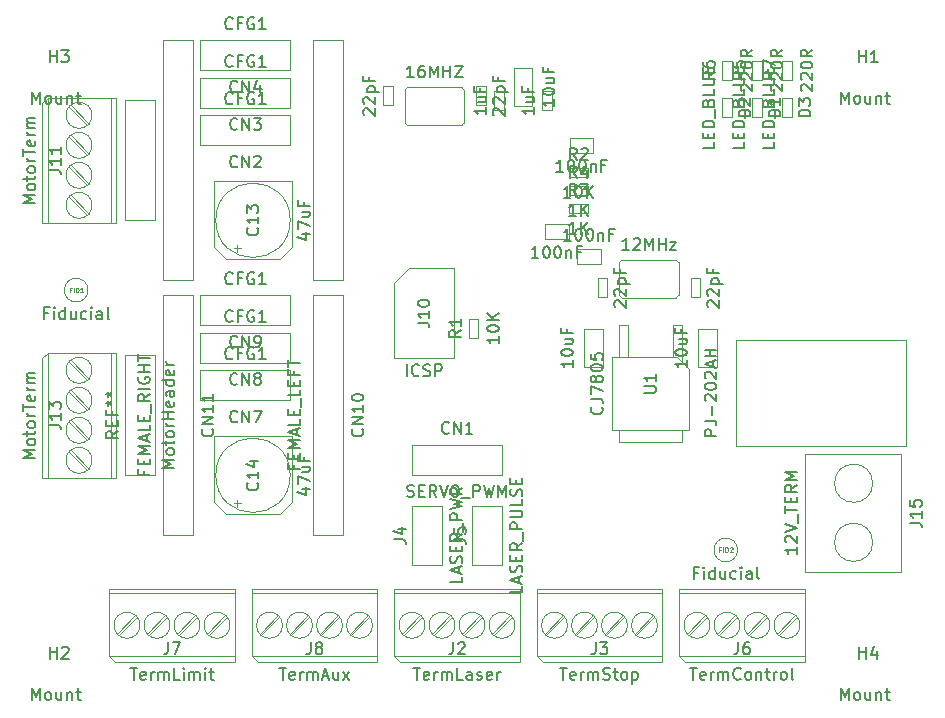
<source format=gbr>
G04 #@! TF.GenerationSoftware,KiCad,Pcbnew,(5.1.2)-2*
G04 #@! TF.CreationDate,2019-08-13T21:45:23-04:00*
G04 #@! TF.ProjectId,Controller,436f6e74-726f-46c6-9c65-722e6b696361,rev?*
G04 #@! TF.SameCoordinates,Original*
G04 #@! TF.FileFunction,Other,Fab,Top*
%FSLAX46Y46*%
G04 Gerber Fmt 4.6, Leading zero omitted, Abs format (unit mm)*
G04 Created by KiCad (PCBNEW (5.1.2)-2) date 2019-08-13 21:45:23*
%MOMM*%
%LPD*%
G04 APERTURE LIST*
%ADD10C,0.100000*%
%ADD11C,0.150000*%
%ADD12C,0.060000*%
G04 APERTURE END LIST*
D10*
X191786000Y-39355000D02*
X191786000Y-38115000D01*
X193786000Y-39355000D02*
X191786000Y-39355000D01*
X193786000Y-38115000D02*
X193786000Y-39355000D01*
X193786000Y-38115000D02*
X191786000Y-38115000D01*
X200801000Y-51638000D02*
X196201000Y-51638000D01*
X196001000Y-51438000D02*
X196001000Y-48638000D01*
X196201000Y-48438000D02*
X200801000Y-48438000D01*
X201001000Y-48638000D02*
X201001000Y-51438000D01*
X196201000Y-48438000D02*
G75*
G02X196001000Y-48638000I-200000J0D01*
G01*
X196001000Y-51438000D02*
G75*
G02X196201000Y-51638000I0J-200000D01*
G01*
X200801000Y-51638000D02*
G75*
G02X201001000Y-51438000I200000J0D01*
G01*
X201001000Y-48638000D02*
G75*
G02X200801000Y-48438000I0J200000D01*
G01*
X194164000Y-51600000D02*
X194164000Y-50000000D01*
X194164000Y-50000000D02*
X194964000Y-50000000D01*
X194964000Y-50000000D02*
X194964000Y-51600000D01*
X194964000Y-51600000D02*
X194164000Y-51600000D01*
X192421000Y-48753000D02*
X194421000Y-48753000D01*
X192421000Y-48753000D02*
X192421000Y-47513000D01*
X192421000Y-47513000D02*
X194421000Y-47513000D01*
X194421000Y-47513000D02*
X194421000Y-48753000D01*
X202838000Y-51600000D02*
X202038000Y-51600000D01*
X202838000Y-50000000D02*
X202838000Y-51600000D01*
X202038000Y-50000000D02*
X202838000Y-50000000D01*
X202038000Y-51600000D02*
X202038000Y-50000000D01*
X186201000Y-34125000D02*
X186201000Y-35725000D01*
X186201000Y-35725000D02*
X185401000Y-35725000D01*
X185401000Y-35725000D02*
X185401000Y-34125000D01*
X185401000Y-34125000D02*
X186201000Y-34125000D01*
X183877000Y-35344000D02*
X183877000Y-33744000D01*
X183877000Y-33744000D02*
X184677000Y-33744000D01*
X184677000Y-33744000D02*
X184677000Y-35344000D01*
X184677000Y-35344000D02*
X183877000Y-35344000D01*
X176003000Y-33744000D02*
X176803000Y-33744000D01*
X176003000Y-35344000D02*
X176003000Y-33744000D01*
X176803000Y-35344000D02*
X176003000Y-35344000D01*
X176803000Y-33744000D02*
X176803000Y-35344000D01*
X191690500Y-45417500D02*
X189690500Y-45417500D01*
X191690500Y-45417500D02*
X191690500Y-46657500D01*
X191690500Y-46657500D02*
X189690500Y-46657500D01*
X189690500Y-46657500D02*
X189690500Y-45417500D01*
X189465000Y-34125000D02*
X190265000Y-34125000D01*
X189465000Y-35725000D02*
X189465000Y-34125000D01*
X190265000Y-35725000D02*
X189465000Y-35725000D01*
X190265000Y-34125000D02*
X190265000Y-35725000D01*
X163328000Y-47474838D02*
X163958000Y-47474838D01*
X163643000Y-47789838D02*
X163643000Y-47159838D01*
X167273000Y-48385000D02*
X168273000Y-47385000D01*
X162673000Y-48385000D02*
X161673000Y-47385000D01*
X162673000Y-48385000D02*
X167273000Y-48385000D01*
X168273000Y-47385000D02*
X168273000Y-41785000D01*
X161673000Y-47385000D02*
X161673000Y-41785000D01*
X161673000Y-41785000D02*
X168273000Y-41785000D01*
X168123000Y-45085000D02*
G75*
G03X168123000Y-45085000I-3150000J0D01*
G01*
X168123000Y-66675000D02*
G75*
G03X168123000Y-66675000I-3150000J0D01*
G01*
X161673000Y-63375000D02*
X168273000Y-63375000D01*
X161673000Y-68975000D02*
X161673000Y-63375000D01*
X168273000Y-68975000D02*
X168273000Y-63375000D01*
X162673000Y-69975000D02*
X167273000Y-69975000D01*
X162673000Y-69975000D02*
X161673000Y-68975000D01*
X167273000Y-69975000D02*
X168273000Y-68975000D01*
X163643000Y-69379838D02*
X163643000Y-68749838D01*
X163328000Y-69064838D02*
X163958000Y-69064838D01*
X178435000Y-66670000D02*
X178435000Y-64130000D01*
X178435000Y-64130000D02*
X186055000Y-64130000D01*
X186055000Y-66675000D02*
X178435000Y-66675000D01*
X186055000Y-64135000D02*
X186055000Y-66675000D01*
X160528000Y-38735000D02*
X160528000Y-36195000D01*
X160528000Y-36195000D02*
X168148000Y-36195000D01*
X168148000Y-38740000D02*
X160528000Y-38740000D01*
X168148000Y-36200000D02*
X168148000Y-38740000D01*
X160528000Y-35560000D02*
X160528000Y-33020000D01*
X160528000Y-33020000D02*
X168148000Y-33020000D01*
X168148000Y-35565000D02*
X160528000Y-35565000D01*
X168148000Y-33025000D02*
X168148000Y-35565000D01*
X168148000Y-29850000D02*
X168148000Y-32390000D01*
X168148000Y-32390000D02*
X160528000Y-32390000D01*
X160528000Y-29845000D02*
X168148000Y-29845000D01*
X160528000Y-32385000D02*
X160528000Y-29845000D01*
X172593000Y-29845000D02*
X172593000Y-50165000D01*
X172593000Y-50165000D02*
X170053000Y-50165000D01*
X170053000Y-29845000D02*
X170053000Y-50165000D01*
X172593000Y-29845000D02*
X170053000Y-29845000D01*
X159893000Y-29845000D02*
X159893000Y-50165000D01*
X159893000Y-50165000D02*
X157353000Y-50165000D01*
X157353000Y-29845000D02*
X157353000Y-50165000D01*
X159893000Y-29845000D02*
X157353000Y-29845000D01*
X168148000Y-57790000D02*
X168148000Y-60330000D01*
X168148000Y-60330000D02*
X160528000Y-60330000D01*
X160528000Y-57785000D02*
X168148000Y-57785000D01*
X160528000Y-60325000D02*
X160528000Y-57785000D01*
X168148000Y-54615000D02*
X168148000Y-57155000D01*
X168148000Y-57155000D02*
X160528000Y-57155000D01*
X160528000Y-54610000D02*
X168148000Y-54610000D01*
X160528000Y-57150000D02*
X160528000Y-54610000D01*
X160528000Y-53975000D02*
X160528000Y-51435000D01*
X160528000Y-51435000D02*
X168148000Y-51435000D01*
X168148000Y-53980000D02*
X160528000Y-53980000D01*
X168148000Y-51440000D02*
X168148000Y-53980000D01*
X172593000Y-51435000D02*
X170053000Y-51435000D01*
X170053000Y-51435000D02*
X170053000Y-71755000D01*
X172593000Y-71755000D02*
X170053000Y-71755000D01*
X172593000Y-51435000D02*
X172593000Y-71755000D01*
X159893000Y-51435000D02*
X157353000Y-51435000D01*
X157353000Y-51435000D02*
X157353000Y-71755000D01*
X159893000Y-71755000D02*
X157353000Y-71755000D01*
X159893000Y-51435000D02*
X159893000Y-71755000D01*
X207245000Y-34760000D02*
X208045000Y-34760000D01*
X207245000Y-36360000D02*
X207245000Y-34760000D01*
X208045000Y-36360000D02*
X207245000Y-36360000D01*
X208045000Y-34760000D02*
X208045000Y-36360000D01*
X205505000Y-34760000D02*
X205505000Y-36360000D01*
X205505000Y-36360000D02*
X204705000Y-36360000D01*
X204705000Y-36360000D02*
X204705000Y-34760000D01*
X204705000Y-34760000D02*
X205505000Y-34760000D01*
X220250000Y-55190000D02*
X220250000Y-64190000D01*
X205850000Y-64190000D02*
X220250000Y-64190000D01*
X205850000Y-55190000D02*
X220250000Y-55190000D01*
X205850000Y-55190000D02*
X205850000Y-64190000D01*
X186756000Y-78540000D02*
X185221000Y-80075000D01*
X186890000Y-78675000D02*
X185355000Y-80210000D01*
X184216000Y-78540000D02*
X182681000Y-80075000D01*
X184350000Y-78675000D02*
X182815000Y-80210000D01*
X181676000Y-78540000D02*
X180141000Y-80075000D01*
X181810000Y-78675000D02*
X180275000Y-80210000D01*
X179136000Y-78540000D02*
X177600000Y-80075000D01*
X179270000Y-78675000D02*
X177734000Y-80210000D01*
X176935000Y-76675000D02*
X187555000Y-76675000D01*
X176935000Y-81975000D02*
X187555000Y-81975000D01*
X176935000Y-81975000D02*
X176935000Y-76275000D01*
X177435000Y-82475000D02*
X176935000Y-81975000D01*
X187555000Y-82475000D02*
X177435000Y-82475000D01*
X187555000Y-76275000D02*
X187555000Y-82475000D01*
X176935000Y-76275000D02*
X187555000Y-76275000D01*
X187155000Y-79375000D02*
G75*
G03X187155000Y-79375000I-1100000J0D01*
G01*
X184615000Y-79375000D02*
G75*
G03X184615000Y-79375000I-1100000J0D01*
G01*
X182075000Y-79375000D02*
G75*
G03X182075000Y-79375000I-1100000J0D01*
G01*
X179535000Y-79375000D02*
G75*
G03X179535000Y-79375000I-1100000J0D01*
G01*
X191600000Y-79375000D02*
G75*
G03X191600000Y-79375000I-1100000J0D01*
G01*
X194140000Y-79375000D02*
G75*
G03X194140000Y-79375000I-1100000J0D01*
G01*
X196680000Y-79375000D02*
G75*
G03X196680000Y-79375000I-1100000J0D01*
G01*
X199220000Y-79375000D02*
G75*
G03X199220000Y-79375000I-1100000J0D01*
G01*
X189000000Y-76275000D02*
X199620000Y-76275000D01*
X199620000Y-76275000D02*
X199620000Y-82475000D01*
X199620000Y-82475000D02*
X189500000Y-82475000D01*
X189500000Y-82475000D02*
X189000000Y-81975000D01*
X189000000Y-81975000D02*
X189000000Y-76275000D01*
X189000000Y-81975000D02*
X199620000Y-81975000D01*
X189000000Y-76675000D02*
X199620000Y-76675000D01*
X191335000Y-78675000D02*
X189799000Y-80210000D01*
X191201000Y-78540000D02*
X189665000Y-80075000D01*
X193875000Y-78675000D02*
X192340000Y-80210000D01*
X193741000Y-78540000D02*
X192206000Y-80075000D01*
X196415000Y-78675000D02*
X194880000Y-80210000D01*
X196281000Y-78540000D02*
X194746000Y-80075000D01*
X198955000Y-78675000D02*
X197420000Y-80210000D01*
X198821000Y-78540000D02*
X197286000Y-80075000D01*
X180955000Y-74255000D02*
X178455000Y-74255000D01*
X180955000Y-69255000D02*
X180955000Y-74255000D01*
X178455000Y-69255000D02*
X178455000Y-74255000D01*
X180955000Y-69255000D02*
X178455000Y-69255000D01*
X186035000Y-69255000D02*
X183535000Y-69255000D01*
X183535000Y-69255000D02*
X183535000Y-74255000D01*
X186035000Y-69255000D02*
X186035000Y-74255000D01*
X186035000Y-74255000D02*
X183535000Y-74255000D01*
X210886000Y-78540000D02*
X209351000Y-80075000D01*
X211020000Y-78675000D02*
X209485000Y-80210000D01*
X208346000Y-78540000D02*
X206811000Y-80075000D01*
X208480000Y-78675000D02*
X206945000Y-80210000D01*
X205806000Y-78540000D02*
X204271000Y-80075000D01*
X205940000Y-78675000D02*
X204405000Y-80210000D01*
X203266000Y-78540000D02*
X201730000Y-80075000D01*
X203400000Y-78675000D02*
X201864000Y-80210000D01*
X201065000Y-76675000D02*
X211685000Y-76675000D01*
X201065000Y-81975000D02*
X211685000Y-81975000D01*
X201065000Y-81975000D02*
X201065000Y-76275000D01*
X201565000Y-82475000D02*
X201065000Y-81975000D01*
X211685000Y-82475000D02*
X201565000Y-82475000D01*
X211685000Y-76275000D02*
X211685000Y-82475000D01*
X201065000Y-76275000D02*
X211685000Y-76275000D01*
X211285000Y-79375000D02*
G75*
G03X211285000Y-79375000I-1100000J0D01*
G01*
X208745000Y-79375000D02*
G75*
G03X208745000Y-79375000I-1100000J0D01*
G01*
X206205000Y-79375000D02*
G75*
G03X206205000Y-79375000I-1100000J0D01*
G01*
X203665000Y-79375000D02*
G75*
G03X203665000Y-79375000I-1100000J0D01*
G01*
X155405000Y-79375000D02*
G75*
G03X155405000Y-79375000I-1100000J0D01*
G01*
X157945000Y-79375000D02*
G75*
G03X157945000Y-79375000I-1100000J0D01*
G01*
X160485000Y-79375000D02*
G75*
G03X160485000Y-79375000I-1100000J0D01*
G01*
X163025000Y-79375000D02*
G75*
G03X163025000Y-79375000I-1100000J0D01*
G01*
X152805000Y-76275000D02*
X163425000Y-76275000D01*
X163425000Y-76275000D02*
X163425000Y-82475000D01*
X163425000Y-82475000D02*
X153305000Y-82475000D01*
X153305000Y-82475000D02*
X152805000Y-81975000D01*
X152805000Y-81975000D02*
X152805000Y-76275000D01*
X152805000Y-81975000D02*
X163425000Y-81975000D01*
X152805000Y-76675000D02*
X163425000Y-76675000D01*
X155140000Y-78675000D02*
X153604000Y-80210000D01*
X155006000Y-78540000D02*
X153470000Y-80075000D01*
X157680000Y-78675000D02*
X156145000Y-80210000D01*
X157546000Y-78540000D02*
X156011000Y-80075000D01*
X160220000Y-78675000D02*
X158685000Y-80210000D01*
X160086000Y-78540000D02*
X158551000Y-80075000D01*
X162760000Y-78675000D02*
X161225000Y-80210000D01*
X162626000Y-78540000D02*
X161091000Y-80075000D01*
X174691000Y-78540000D02*
X173156000Y-80075000D01*
X174825000Y-78675000D02*
X173290000Y-80210000D01*
X172151000Y-78540000D02*
X170616000Y-80075000D01*
X172285000Y-78675000D02*
X170750000Y-80210000D01*
X169611000Y-78540000D02*
X168076000Y-80075000D01*
X169745000Y-78675000D02*
X168210000Y-80210000D01*
X167071000Y-78540000D02*
X165535000Y-80075000D01*
X167205000Y-78675000D02*
X165669000Y-80210000D01*
X164870000Y-76675000D02*
X175490000Y-76675000D01*
X164870000Y-81975000D02*
X175490000Y-81975000D01*
X164870000Y-81975000D02*
X164870000Y-76275000D01*
X165370000Y-82475000D02*
X164870000Y-81975000D01*
X175490000Y-82475000D02*
X165370000Y-82475000D01*
X175490000Y-76275000D02*
X175490000Y-82475000D01*
X164870000Y-76275000D02*
X175490000Y-76275000D01*
X175090000Y-79375000D02*
G75*
G03X175090000Y-79375000I-1100000J0D01*
G01*
X172550000Y-79375000D02*
G75*
G03X172550000Y-79375000I-1100000J0D01*
G01*
X170010000Y-79375000D02*
G75*
G03X170010000Y-79375000I-1100000J0D01*
G01*
X167470000Y-79375000D02*
G75*
G03X167470000Y-79375000I-1100000J0D01*
G01*
X178181000Y-49149000D02*
X181991000Y-49149000D01*
X181991000Y-49149000D02*
X181991000Y-56769000D01*
X181991000Y-56769000D02*
X176911000Y-56769000D01*
X176911000Y-56769000D02*
X176911000Y-50419000D01*
X176911000Y-50419000D02*
X178181000Y-49149000D01*
X151341000Y-36195000D02*
G75*
G03X151341000Y-36195000I-1100000J0D01*
G01*
X151341000Y-38735000D02*
G75*
G03X151341000Y-38735000I-1100000J0D01*
G01*
X151341000Y-41275000D02*
G75*
G03X151341000Y-41275000I-1100000J0D01*
G01*
X151341000Y-43815000D02*
G75*
G03X151341000Y-43815000I-1100000J0D01*
G01*
X153341000Y-34695000D02*
X153341000Y-45315000D01*
X153341000Y-45315000D02*
X147141000Y-45315000D01*
X147141000Y-45315000D02*
X147141000Y-35195000D01*
X147141000Y-35195000D02*
X147641000Y-34695000D01*
X147641000Y-34695000D02*
X153341000Y-34695000D01*
X147641000Y-34695000D02*
X147641000Y-45315000D01*
X152941000Y-34695000D02*
X152941000Y-45315000D01*
X150941000Y-37030000D02*
X149406000Y-35494000D01*
X151076000Y-36896000D02*
X149541000Y-35360000D01*
X150941000Y-39570000D02*
X149406000Y-38035000D01*
X151076000Y-39436000D02*
X149541000Y-37901000D01*
X150941000Y-42110000D02*
X149406000Y-40575000D01*
X151076000Y-41976000D02*
X149541000Y-40441000D01*
X150941000Y-44650000D02*
X149406000Y-43115000D01*
X151076000Y-44516000D02*
X149541000Y-42981000D01*
X156718000Y-45085000D02*
X154178000Y-45085000D01*
X154178000Y-45085000D02*
X154178000Y-34925000D01*
X156718000Y-34925000D02*
X156718000Y-45085000D01*
X154178000Y-34925000D02*
X156718000Y-34925000D01*
X151341000Y-57785000D02*
G75*
G03X151341000Y-57785000I-1100000J0D01*
G01*
X151341000Y-60325000D02*
G75*
G03X151341000Y-60325000I-1100000J0D01*
G01*
X151341000Y-62865000D02*
G75*
G03X151341000Y-62865000I-1100000J0D01*
G01*
X151341000Y-65405000D02*
G75*
G03X151341000Y-65405000I-1100000J0D01*
G01*
X153341000Y-56285000D02*
X153341000Y-66905000D01*
X153341000Y-66905000D02*
X147141000Y-66905000D01*
X147141000Y-66905000D02*
X147141000Y-56785000D01*
X147141000Y-56785000D02*
X147641000Y-56285000D01*
X147641000Y-56285000D02*
X153341000Y-56285000D01*
X147641000Y-56285000D02*
X147641000Y-66905000D01*
X152941000Y-56285000D02*
X152941000Y-66905000D01*
X150941000Y-58620000D02*
X149406000Y-57084000D01*
X151076000Y-58486000D02*
X149541000Y-56950000D01*
X150941000Y-61160000D02*
X149406000Y-59625000D01*
X151076000Y-61026000D02*
X149541000Y-59491000D01*
X150941000Y-63700000D02*
X149406000Y-62165000D01*
X151076000Y-63566000D02*
X149541000Y-62031000D01*
X150941000Y-66240000D02*
X149406000Y-64705000D01*
X151076000Y-66106000D02*
X149541000Y-64571000D01*
X154178000Y-56515000D02*
X156718000Y-56515000D01*
X156718000Y-56515000D02*
X156718000Y-66675000D01*
X154178000Y-66675000D02*
X154178000Y-56515000D01*
X156718000Y-66675000D02*
X154178000Y-66675000D01*
X183242000Y-55029000D02*
X183242000Y-53429000D01*
X183242000Y-53429000D02*
X184042000Y-53429000D01*
X184042000Y-53429000D02*
X184042000Y-55029000D01*
X184042000Y-55029000D02*
X183242000Y-55029000D01*
X191732000Y-41421000D02*
X191732000Y-40621000D01*
X193332000Y-41421000D02*
X191732000Y-41421000D01*
X193332000Y-40621000D02*
X193332000Y-41421000D01*
X191732000Y-40621000D02*
X193332000Y-40621000D01*
X191732000Y-43669000D02*
X193332000Y-43669000D01*
X193332000Y-43669000D02*
X193332000Y-44469000D01*
X193332000Y-44469000D02*
X191732000Y-44469000D01*
X191732000Y-44469000D02*
X191732000Y-43669000D01*
X191732000Y-42945000D02*
X191732000Y-42145000D01*
X193332000Y-42945000D02*
X191732000Y-42945000D01*
X193332000Y-42145000D02*
X193332000Y-42945000D01*
X191732000Y-42145000D02*
X193332000Y-42145000D01*
X208045000Y-33185000D02*
X207245000Y-33185000D01*
X208045000Y-31585000D02*
X208045000Y-33185000D01*
X207245000Y-31585000D02*
X208045000Y-31585000D01*
X207245000Y-33185000D02*
X207245000Y-31585000D01*
X204705000Y-33185000D02*
X204705000Y-31585000D01*
X204705000Y-31585000D02*
X205505000Y-31585000D01*
X205505000Y-31585000D02*
X205505000Y-33185000D01*
X205505000Y-33185000D02*
X204705000Y-33185000D01*
X201328000Y-62878000D02*
X201328000Y-63878000D01*
X201328000Y-63878000D02*
X195928000Y-63878000D01*
X195928000Y-63878000D02*
X195928000Y-62878000D01*
X201878000Y-62878000D02*
X195378000Y-62878000D01*
X195378000Y-62878000D02*
X195378000Y-56658000D01*
X195378000Y-56658000D02*
X200878000Y-56658000D01*
X200878000Y-56658000D02*
X201878000Y-57658000D01*
X201878000Y-57658000D02*
X201878000Y-62878000D01*
X201283000Y-57063000D02*
X201283000Y-53958000D01*
X201283000Y-53958000D02*
X200533000Y-53958000D01*
X200533000Y-53958000D02*
X200533000Y-56658000D01*
X196723000Y-56658000D02*
X196723000Y-53958000D01*
X196723000Y-53958000D02*
X195973000Y-53958000D01*
X195973000Y-53958000D02*
X195973000Y-56658000D01*
X182840000Y-34033000D02*
G75*
G02X182640000Y-33833000I0J200000D01*
G01*
X182640000Y-37033000D02*
G75*
G02X182840000Y-36833000I200000J0D01*
G01*
X177840000Y-36833000D02*
G75*
G02X178040000Y-37033000I0J-200000D01*
G01*
X178040000Y-33833000D02*
G75*
G02X177840000Y-34033000I-200000J0D01*
G01*
X182840000Y-34033000D02*
X182840000Y-36833000D01*
X178040000Y-33833000D02*
X182640000Y-33833000D01*
X177840000Y-36833000D02*
X177840000Y-34033000D01*
X182640000Y-37033000D02*
X178040000Y-37033000D01*
X151000000Y-51000000D02*
G75*
G03X151000000Y-51000000I-1000000J0D01*
G01*
X206000000Y-73000000D02*
G75*
G03X206000000Y-73000000I-1000000J0D01*
G01*
X210585000Y-34760000D02*
X210585000Y-36360000D01*
X210585000Y-36360000D02*
X209785000Y-36360000D01*
X209785000Y-36360000D02*
X209785000Y-34760000D01*
X209785000Y-34760000D02*
X210585000Y-34760000D01*
X209785000Y-33185000D02*
X209785000Y-31585000D01*
X209785000Y-31585000D02*
X210585000Y-31585000D01*
X210585000Y-31585000D02*
X210585000Y-33185000D01*
X210585000Y-33185000D02*
X209785000Y-33185000D01*
X211673000Y-74850000D02*
X219873000Y-74850000D01*
X219873000Y-74850000D02*
X219873000Y-64850000D01*
X211673000Y-64850000D02*
X219873000Y-64850000D01*
X211673000Y-74850000D02*
X211673000Y-64850000D01*
X217439446Y-67350000D02*
G75*
G03X217439446Y-67350000I-1616446J0D01*
G01*
X217439446Y-72350000D02*
G75*
G03X217439446Y-72350000I-1616446J0D01*
G01*
X202654000Y-54280000D02*
X204254000Y-54280000D01*
X202654000Y-57480000D02*
X202654000Y-54280000D01*
X204254000Y-57480000D02*
X202654000Y-57480000D01*
X204254000Y-54280000D02*
X204254000Y-57480000D01*
X194602000Y-54280000D02*
X194602000Y-57480000D01*
X194602000Y-57480000D02*
X193002000Y-57480000D01*
X193002000Y-57480000D02*
X193002000Y-54280000D01*
X193002000Y-54280000D02*
X194602000Y-54280000D01*
X187033000Y-35382000D02*
X187033000Y-32182000D01*
X187033000Y-32182000D02*
X188633000Y-32182000D01*
X188633000Y-32182000D02*
X188633000Y-35382000D01*
X188633000Y-35382000D02*
X187033000Y-35382000D01*
D11*
X191238380Y-40965380D02*
X190666952Y-40965380D01*
X190952666Y-40965380D02*
X190952666Y-39965380D01*
X190857428Y-40108238D01*
X190762190Y-40203476D01*
X190666952Y-40251095D01*
X191857428Y-39965380D02*
X191952666Y-39965380D01*
X192047904Y-40013000D01*
X192095523Y-40060619D01*
X192143142Y-40155857D01*
X192190761Y-40346333D01*
X192190761Y-40584428D01*
X192143142Y-40774904D01*
X192095523Y-40870142D01*
X192047904Y-40917761D01*
X191952666Y-40965380D01*
X191857428Y-40965380D01*
X191762190Y-40917761D01*
X191714571Y-40870142D01*
X191666952Y-40774904D01*
X191619333Y-40584428D01*
X191619333Y-40346333D01*
X191666952Y-40155857D01*
X191714571Y-40060619D01*
X191762190Y-40013000D01*
X191857428Y-39965380D01*
X192809809Y-39965380D02*
X192905047Y-39965380D01*
X193000285Y-40013000D01*
X193047904Y-40060619D01*
X193095523Y-40155857D01*
X193143142Y-40346333D01*
X193143142Y-40584428D01*
X193095523Y-40774904D01*
X193047904Y-40870142D01*
X193000285Y-40917761D01*
X192905047Y-40965380D01*
X192809809Y-40965380D01*
X192714571Y-40917761D01*
X192666952Y-40870142D01*
X192619333Y-40774904D01*
X192571714Y-40584428D01*
X192571714Y-40346333D01*
X192619333Y-40155857D01*
X192666952Y-40060619D01*
X192714571Y-40013000D01*
X192809809Y-39965380D01*
X193571714Y-40298714D02*
X193571714Y-40965380D01*
X193571714Y-40393952D02*
X193619333Y-40346333D01*
X193714571Y-40298714D01*
X193857428Y-40298714D01*
X193952666Y-40346333D01*
X194000285Y-40441571D01*
X194000285Y-40965380D01*
X194809809Y-40441571D02*
X194476476Y-40441571D01*
X194476476Y-40965380D02*
X194476476Y-39965380D01*
X194952666Y-39965380D01*
X196810523Y-47590380D02*
X196239095Y-47590380D01*
X196524809Y-47590380D02*
X196524809Y-46590380D01*
X196429571Y-46733238D01*
X196334333Y-46828476D01*
X196239095Y-46876095D01*
X197191476Y-46685619D02*
X197239095Y-46638000D01*
X197334333Y-46590380D01*
X197572428Y-46590380D01*
X197667666Y-46638000D01*
X197715285Y-46685619D01*
X197762904Y-46780857D01*
X197762904Y-46876095D01*
X197715285Y-47018952D01*
X197143857Y-47590380D01*
X197762904Y-47590380D01*
X198191476Y-47590380D02*
X198191476Y-46590380D01*
X198524809Y-47304666D01*
X198858142Y-46590380D01*
X198858142Y-47590380D01*
X199334333Y-47590380D02*
X199334333Y-46590380D01*
X199334333Y-47066571D02*
X199905761Y-47066571D01*
X199905761Y-47590380D02*
X199905761Y-46590380D01*
X200286714Y-46923714D02*
X200810523Y-46923714D01*
X200286714Y-47590380D01*
X200810523Y-47590380D01*
X195651619Y-52442857D02*
X195604000Y-52395238D01*
X195556380Y-52300000D01*
X195556380Y-52061904D01*
X195604000Y-51966666D01*
X195651619Y-51919047D01*
X195746857Y-51871428D01*
X195842095Y-51871428D01*
X195984952Y-51919047D01*
X196556380Y-52490476D01*
X196556380Y-51871428D01*
X195651619Y-51490476D02*
X195604000Y-51442857D01*
X195556380Y-51347619D01*
X195556380Y-51109523D01*
X195604000Y-51014285D01*
X195651619Y-50966666D01*
X195746857Y-50919047D01*
X195842095Y-50919047D01*
X195984952Y-50966666D01*
X196556380Y-51538095D01*
X196556380Y-50919047D01*
X195889714Y-50490476D02*
X196889714Y-50490476D01*
X195937333Y-50490476D02*
X195889714Y-50395238D01*
X195889714Y-50204761D01*
X195937333Y-50109523D01*
X195984952Y-50061904D01*
X196080190Y-50014285D01*
X196365904Y-50014285D01*
X196461142Y-50061904D01*
X196508761Y-50109523D01*
X196556380Y-50204761D01*
X196556380Y-50395238D01*
X196508761Y-50490476D01*
X196032571Y-49252380D02*
X196032571Y-49585714D01*
X196556380Y-49585714D02*
X195556380Y-49585714D01*
X195556380Y-49109523D01*
X191873380Y-46807380D02*
X191301952Y-46807380D01*
X191587666Y-46807380D02*
X191587666Y-45807380D01*
X191492428Y-45950238D01*
X191397190Y-46045476D01*
X191301952Y-46093095D01*
X192492428Y-45807380D02*
X192587666Y-45807380D01*
X192682904Y-45855000D01*
X192730523Y-45902619D01*
X192778142Y-45997857D01*
X192825761Y-46188333D01*
X192825761Y-46426428D01*
X192778142Y-46616904D01*
X192730523Y-46712142D01*
X192682904Y-46759761D01*
X192587666Y-46807380D01*
X192492428Y-46807380D01*
X192397190Y-46759761D01*
X192349571Y-46712142D01*
X192301952Y-46616904D01*
X192254333Y-46426428D01*
X192254333Y-46188333D01*
X192301952Y-45997857D01*
X192349571Y-45902619D01*
X192397190Y-45855000D01*
X192492428Y-45807380D01*
X193444809Y-45807380D02*
X193540047Y-45807380D01*
X193635285Y-45855000D01*
X193682904Y-45902619D01*
X193730523Y-45997857D01*
X193778142Y-46188333D01*
X193778142Y-46426428D01*
X193730523Y-46616904D01*
X193682904Y-46712142D01*
X193635285Y-46759761D01*
X193540047Y-46807380D01*
X193444809Y-46807380D01*
X193349571Y-46759761D01*
X193301952Y-46712142D01*
X193254333Y-46616904D01*
X193206714Y-46426428D01*
X193206714Y-46188333D01*
X193254333Y-45997857D01*
X193301952Y-45902619D01*
X193349571Y-45855000D01*
X193444809Y-45807380D01*
X194206714Y-46140714D02*
X194206714Y-46807380D01*
X194206714Y-46235952D02*
X194254333Y-46188333D01*
X194349571Y-46140714D01*
X194492428Y-46140714D01*
X194587666Y-46188333D01*
X194635285Y-46283571D01*
X194635285Y-46807380D01*
X195444809Y-46283571D02*
X195111476Y-46283571D01*
X195111476Y-46807380D02*
X195111476Y-45807380D01*
X195587666Y-45807380D01*
X203525619Y-52442857D02*
X203478000Y-52395238D01*
X203430380Y-52300000D01*
X203430380Y-52061904D01*
X203478000Y-51966666D01*
X203525619Y-51919047D01*
X203620857Y-51871428D01*
X203716095Y-51871428D01*
X203858952Y-51919047D01*
X204430380Y-52490476D01*
X204430380Y-51871428D01*
X203525619Y-51490476D02*
X203478000Y-51442857D01*
X203430380Y-51347619D01*
X203430380Y-51109523D01*
X203478000Y-51014285D01*
X203525619Y-50966666D01*
X203620857Y-50919047D01*
X203716095Y-50919047D01*
X203858952Y-50966666D01*
X204430380Y-51538095D01*
X204430380Y-50919047D01*
X203763714Y-50490476D02*
X204763714Y-50490476D01*
X203811333Y-50490476D02*
X203763714Y-50395238D01*
X203763714Y-50204761D01*
X203811333Y-50109523D01*
X203858952Y-50061904D01*
X203954190Y-50014285D01*
X204239904Y-50014285D01*
X204335142Y-50061904D01*
X204382761Y-50109523D01*
X204430380Y-50204761D01*
X204430380Y-50395238D01*
X204382761Y-50490476D01*
X203906571Y-49252380D02*
X203906571Y-49585714D01*
X204430380Y-49585714D02*
X203430380Y-49585714D01*
X203430380Y-49109523D01*
X184713380Y-35520238D02*
X184713380Y-36091666D01*
X184713380Y-35805952D02*
X183713380Y-35805952D01*
X183856238Y-35901190D01*
X183951476Y-35996428D01*
X183999095Y-36091666D01*
X184046714Y-34663095D02*
X184713380Y-34663095D01*
X184046714Y-35091666D02*
X184570523Y-35091666D01*
X184665761Y-35044047D01*
X184713380Y-34948809D01*
X184713380Y-34805952D01*
X184665761Y-34710714D01*
X184618142Y-34663095D01*
X184189571Y-33853571D02*
X184189571Y-34186904D01*
X184713380Y-34186904D02*
X183713380Y-34186904D01*
X183713380Y-33710714D01*
X185364619Y-36186857D02*
X185317000Y-36139238D01*
X185269380Y-36044000D01*
X185269380Y-35805904D01*
X185317000Y-35710666D01*
X185364619Y-35663047D01*
X185459857Y-35615428D01*
X185555095Y-35615428D01*
X185697952Y-35663047D01*
X186269380Y-36234476D01*
X186269380Y-35615428D01*
X185364619Y-35234476D02*
X185317000Y-35186857D01*
X185269380Y-35091619D01*
X185269380Y-34853523D01*
X185317000Y-34758285D01*
X185364619Y-34710666D01*
X185459857Y-34663047D01*
X185555095Y-34663047D01*
X185697952Y-34710666D01*
X186269380Y-35282095D01*
X186269380Y-34663047D01*
X185602714Y-34234476D02*
X186602714Y-34234476D01*
X185650333Y-34234476D02*
X185602714Y-34139238D01*
X185602714Y-33948761D01*
X185650333Y-33853523D01*
X185697952Y-33805904D01*
X185793190Y-33758285D01*
X186078904Y-33758285D01*
X186174142Y-33805904D01*
X186221761Y-33853523D01*
X186269380Y-33948761D01*
X186269380Y-34139238D01*
X186221761Y-34234476D01*
X185745571Y-32996380D02*
X185745571Y-33329714D01*
X186269380Y-33329714D02*
X185269380Y-33329714D01*
X185269380Y-32853523D01*
X174410619Y-36186857D02*
X174363000Y-36139238D01*
X174315380Y-36044000D01*
X174315380Y-35805904D01*
X174363000Y-35710666D01*
X174410619Y-35663047D01*
X174505857Y-35615428D01*
X174601095Y-35615428D01*
X174743952Y-35663047D01*
X175315380Y-36234476D01*
X175315380Y-35615428D01*
X174410619Y-35234476D02*
X174363000Y-35186857D01*
X174315380Y-35091619D01*
X174315380Y-34853523D01*
X174363000Y-34758285D01*
X174410619Y-34710666D01*
X174505857Y-34663047D01*
X174601095Y-34663047D01*
X174743952Y-34710666D01*
X175315380Y-35282095D01*
X175315380Y-34663047D01*
X174648714Y-34234476D02*
X175648714Y-34234476D01*
X174696333Y-34234476D02*
X174648714Y-34139238D01*
X174648714Y-33948761D01*
X174696333Y-33853523D01*
X174743952Y-33805904D01*
X174839190Y-33758285D01*
X175124904Y-33758285D01*
X175220142Y-33805904D01*
X175267761Y-33853523D01*
X175315380Y-33948761D01*
X175315380Y-34139238D01*
X175267761Y-34234476D01*
X174791571Y-32996380D02*
X174791571Y-33329714D01*
X175315380Y-33329714D02*
X174315380Y-33329714D01*
X174315380Y-32853523D01*
X189142880Y-48267880D02*
X188571452Y-48267880D01*
X188857166Y-48267880D02*
X188857166Y-47267880D01*
X188761928Y-47410738D01*
X188666690Y-47505976D01*
X188571452Y-47553595D01*
X189761928Y-47267880D02*
X189857166Y-47267880D01*
X189952404Y-47315500D01*
X190000023Y-47363119D01*
X190047642Y-47458357D01*
X190095261Y-47648833D01*
X190095261Y-47886928D01*
X190047642Y-48077404D01*
X190000023Y-48172642D01*
X189952404Y-48220261D01*
X189857166Y-48267880D01*
X189761928Y-48267880D01*
X189666690Y-48220261D01*
X189619071Y-48172642D01*
X189571452Y-48077404D01*
X189523833Y-47886928D01*
X189523833Y-47648833D01*
X189571452Y-47458357D01*
X189619071Y-47363119D01*
X189666690Y-47315500D01*
X189761928Y-47267880D01*
X190714309Y-47267880D02*
X190809547Y-47267880D01*
X190904785Y-47315500D01*
X190952404Y-47363119D01*
X191000023Y-47458357D01*
X191047642Y-47648833D01*
X191047642Y-47886928D01*
X191000023Y-48077404D01*
X190952404Y-48172642D01*
X190904785Y-48220261D01*
X190809547Y-48267880D01*
X190714309Y-48267880D01*
X190619071Y-48220261D01*
X190571452Y-48172642D01*
X190523833Y-48077404D01*
X190476214Y-47886928D01*
X190476214Y-47648833D01*
X190523833Y-47458357D01*
X190571452Y-47363119D01*
X190619071Y-47315500D01*
X190714309Y-47267880D01*
X191476214Y-47601214D02*
X191476214Y-48267880D01*
X191476214Y-47696452D02*
X191523833Y-47648833D01*
X191619071Y-47601214D01*
X191761928Y-47601214D01*
X191857166Y-47648833D01*
X191904785Y-47744071D01*
X191904785Y-48267880D01*
X192714309Y-47744071D02*
X192380976Y-47744071D01*
X192380976Y-48267880D02*
X192380976Y-47267880D01*
X192857166Y-47267880D01*
X188777380Y-35520238D02*
X188777380Y-36091666D01*
X188777380Y-35805952D02*
X187777380Y-35805952D01*
X187920238Y-35901190D01*
X188015476Y-35996428D01*
X188063095Y-36091666D01*
X188110714Y-34663095D02*
X188777380Y-34663095D01*
X188110714Y-35091666D02*
X188634523Y-35091666D01*
X188729761Y-35044047D01*
X188777380Y-34948809D01*
X188777380Y-34805952D01*
X188729761Y-34710714D01*
X188682142Y-34663095D01*
X188253571Y-33853571D02*
X188253571Y-34186904D01*
X188777380Y-34186904D02*
X187777380Y-34186904D01*
X187777380Y-33710714D01*
X169108714Y-46251666D02*
X169775380Y-46251666D01*
X168727761Y-46489761D02*
X169442047Y-46727857D01*
X169442047Y-46108809D01*
X168775380Y-45823095D02*
X168775380Y-45156428D01*
X169775380Y-45585000D01*
X169108714Y-44346904D02*
X169775380Y-44346904D01*
X169108714Y-44775476D02*
X169632523Y-44775476D01*
X169727761Y-44727857D01*
X169775380Y-44632619D01*
X169775380Y-44489761D01*
X169727761Y-44394523D01*
X169680142Y-44346904D01*
X169251571Y-43537380D02*
X169251571Y-43870714D01*
X169775380Y-43870714D02*
X168775380Y-43870714D01*
X168775380Y-43394523D01*
X165330142Y-45727857D02*
X165377761Y-45775476D01*
X165425380Y-45918333D01*
X165425380Y-46013571D01*
X165377761Y-46156428D01*
X165282523Y-46251666D01*
X165187285Y-46299285D01*
X164996809Y-46346904D01*
X164853952Y-46346904D01*
X164663476Y-46299285D01*
X164568238Y-46251666D01*
X164473000Y-46156428D01*
X164425380Y-46013571D01*
X164425380Y-45918333D01*
X164473000Y-45775476D01*
X164520619Y-45727857D01*
X165425380Y-44775476D02*
X165425380Y-45346904D01*
X165425380Y-45061190D02*
X164425380Y-45061190D01*
X164568238Y-45156428D01*
X164663476Y-45251666D01*
X164711095Y-45346904D01*
X164425380Y-44442142D02*
X164425380Y-43823095D01*
X164806333Y-44156428D01*
X164806333Y-44013571D01*
X164853952Y-43918333D01*
X164901571Y-43870714D01*
X164996809Y-43823095D01*
X165234904Y-43823095D01*
X165330142Y-43870714D01*
X165377761Y-43918333D01*
X165425380Y-44013571D01*
X165425380Y-44299285D01*
X165377761Y-44394523D01*
X165330142Y-44442142D01*
X169108714Y-67841666D02*
X169775380Y-67841666D01*
X168727761Y-68079761D02*
X169442047Y-68317857D01*
X169442047Y-67698809D01*
X168775380Y-67413095D02*
X168775380Y-66746428D01*
X169775380Y-67175000D01*
X169108714Y-65936904D02*
X169775380Y-65936904D01*
X169108714Y-66365476D02*
X169632523Y-66365476D01*
X169727761Y-66317857D01*
X169775380Y-66222619D01*
X169775380Y-66079761D01*
X169727761Y-65984523D01*
X169680142Y-65936904D01*
X169251571Y-65127380D02*
X169251571Y-65460714D01*
X169775380Y-65460714D02*
X168775380Y-65460714D01*
X168775380Y-64984523D01*
X165330142Y-67317857D02*
X165377761Y-67365476D01*
X165425380Y-67508333D01*
X165425380Y-67603571D01*
X165377761Y-67746428D01*
X165282523Y-67841666D01*
X165187285Y-67889285D01*
X164996809Y-67936904D01*
X164853952Y-67936904D01*
X164663476Y-67889285D01*
X164568238Y-67841666D01*
X164473000Y-67746428D01*
X164425380Y-67603571D01*
X164425380Y-67508333D01*
X164473000Y-67365476D01*
X164520619Y-67317857D01*
X165425380Y-66365476D02*
X165425380Y-66936904D01*
X165425380Y-66651190D02*
X164425380Y-66651190D01*
X164568238Y-66746428D01*
X164663476Y-66841666D01*
X164711095Y-66936904D01*
X164758714Y-65508333D02*
X165425380Y-65508333D01*
X164377761Y-65746428D02*
X165092047Y-65984523D01*
X165092047Y-65365476D01*
X178030714Y-68459761D02*
X178173571Y-68507380D01*
X178411666Y-68507380D01*
X178506904Y-68459761D01*
X178554523Y-68412142D01*
X178602142Y-68316904D01*
X178602142Y-68221666D01*
X178554523Y-68126428D01*
X178506904Y-68078809D01*
X178411666Y-68031190D01*
X178221190Y-67983571D01*
X178125952Y-67935952D01*
X178078333Y-67888333D01*
X178030714Y-67793095D01*
X178030714Y-67697857D01*
X178078333Y-67602619D01*
X178125952Y-67555000D01*
X178221190Y-67507380D01*
X178459285Y-67507380D01*
X178602142Y-67555000D01*
X179030714Y-67983571D02*
X179364047Y-67983571D01*
X179506904Y-68507380D02*
X179030714Y-68507380D01*
X179030714Y-67507380D01*
X179506904Y-67507380D01*
X180506904Y-68507380D02*
X180173571Y-68031190D01*
X179935476Y-68507380D02*
X179935476Y-67507380D01*
X180316428Y-67507380D01*
X180411666Y-67555000D01*
X180459285Y-67602619D01*
X180506904Y-67697857D01*
X180506904Y-67840714D01*
X180459285Y-67935952D01*
X180411666Y-67983571D01*
X180316428Y-68031190D01*
X179935476Y-68031190D01*
X180792619Y-67507380D02*
X181125952Y-68507380D01*
X181459285Y-67507380D01*
X181983095Y-67507380D02*
X182173571Y-67507380D01*
X182268809Y-67555000D01*
X182364047Y-67650238D01*
X182411666Y-67840714D01*
X182411666Y-68174047D01*
X182364047Y-68364523D01*
X182268809Y-68459761D01*
X182173571Y-68507380D01*
X181983095Y-68507380D01*
X181887857Y-68459761D01*
X181792619Y-68364523D01*
X181745000Y-68174047D01*
X181745000Y-67840714D01*
X181792619Y-67650238D01*
X181887857Y-67555000D01*
X181983095Y-67507380D01*
X182602142Y-68602619D02*
X183364047Y-68602619D01*
X183602142Y-68507380D02*
X183602142Y-67507380D01*
X183983095Y-67507380D01*
X184078333Y-67555000D01*
X184125952Y-67602619D01*
X184173571Y-67697857D01*
X184173571Y-67840714D01*
X184125952Y-67935952D01*
X184078333Y-67983571D01*
X183983095Y-68031190D01*
X183602142Y-68031190D01*
X184506904Y-67507380D02*
X184745000Y-68507380D01*
X184935476Y-67793095D01*
X185125952Y-68507380D01*
X185364047Y-67507380D01*
X185745000Y-68507380D02*
X185745000Y-67507380D01*
X186078333Y-68221666D01*
X186411666Y-67507380D01*
X186411666Y-68507380D01*
X181554523Y-63062142D02*
X181506904Y-63109761D01*
X181364047Y-63157380D01*
X181268809Y-63157380D01*
X181125952Y-63109761D01*
X181030714Y-63014523D01*
X180983095Y-62919285D01*
X180935476Y-62728809D01*
X180935476Y-62585952D01*
X180983095Y-62395476D01*
X181030714Y-62300238D01*
X181125952Y-62205000D01*
X181268809Y-62157380D01*
X181364047Y-62157380D01*
X181506904Y-62205000D01*
X181554523Y-62252619D01*
X181983095Y-63157380D02*
X181983095Y-62157380D01*
X182554523Y-63157380D01*
X182554523Y-62157380D01*
X183554523Y-63157380D02*
X182983095Y-63157380D01*
X183268809Y-63157380D02*
X183268809Y-62157380D01*
X183173571Y-62300238D01*
X183078333Y-62395476D01*
X182983095Y-62443095D01*
X163242761Y-35172142D02*
X163195142Y-35219761D01*
X163052285Y-35267380D01*
X162957047Y-35267380D01*
X162814190Y-35219761D01*
X162718952Y-35124523D01*
X162671333Y-35029285D01*
X162623714Y-34838809D01*
X162623714Y-34695952D01*
X162671333Y-34505476D01*
X162718952Y-34410238D01*
X162814190Y-34315000D01*
X162957047Y-34267380D01*
X163052285Y-34267380D01*
X163195142Y-34315000D01*
X163242761Y-34362619D01*
X164004666Y-34743571D02*
X163671333Y-34743571D01*
X163671333Y-35267380D02*
X163671333Y-34267380D01*
X164147523Y-34267380D01*
X165052285Y-34315000D02*
X164957047Y-34267380D01*
X164814190Y-34267380D01*
X164671333Y-34315000D01*
X164576095Y-34410238D01*
X164528476Y-34505476D01*
X164480857Y-34695952D01*
X164480857Y-34838809D01*
X164528476Y-35029285D01*
X164576095Y-35124523D01*
X164671333Y-35219761D01*
X164814190Y-35267380D01*
X164909428Y-35267380D01*
X165052285Y-35219761D01*
X165099904Y-35172142D01*
X165099904Y-34838809D01*
X164909428Y-34838809D01*
X166052285Y-35267380D02*
X165480857Y-35267380D01*
X165766571Y-35267380D02*
X165766571Y-34267380D01*
X165671333Y-34410238D01*
X165576095Y-34505476D01*
X165480857Y-34553095D01*
X163647523Y-40522142D02*
X163599904Y-40569761D01*
X163457047Y-40617380D01*
X163361809Y-40617380D01*
X163218952Y-40569761D01*
X163123714Y-40474523D01*
X163076095Y-40379285D01*
X163028476Y-40188809D01*
X163028476Y-40045952D01*
X163076095Y-39855476D01*
X163123714Y-39760238D01*
X163218952Y-39665000D01*
X163361809Y-39617380D01*
X163457047Y-39617380D01*
X163599904Y-39665000D01*
X163647523Y-39712619D01*
X164076095Y-40617380D02*
X164076095Y-39617380D01*
X164647523Y-40617380D01*
X164647523Y-39617380D01*
X165076095Y-39712619D02*
X165123714Y-39665000D01*
X165218952Y-39617380D01*
X165457047Y-39617380D01*
X165552285Y-39665000D01*
X165599904Y-39712619D01*
X165647523Y-39807857D01*
X165647523Y-39903095D01*
X165599904Y-40045952D01*
X165028476Y-40617380D01*
X165647523Y-40617380D01*
X163242761Y-31997142D02*
X163195142Y-32044761D01*
X163052285Y-32092380D01*
X162957047Y-32092380D01*
X162814190Y-32044761D01*
X162718952Y-31949523D01*
X162671333Y-31854285D01*
X162623714Y-31663809D01*
X162623714Y-31520952D01*
X162671333Y-31330476D01*
X162718952Y-31235238D01*
X162814190Y-31140000D01*
X162957047Y-31092380D01*
X163052285Y-31092380D01*
X163195142Y-31140000D01*
X163242761Y-31187619D01*
X164004666Y-31568571D02*
X163671333Y-31568571D01*
X163671333Y-32092380D02*
X163671333Y-31092380D01*
X164147523Y-31092380D01*
X165052285Y-31140000D02*
X164957047Y-31092380D01*
X164814190Y-31092380D01*
X164671333Y-31140000D01*
X164576095Y-31235238D01*
X164528476Y-31330476D01*
X164480857Y-31520952D01*
X164480857Y-31663809D01*
X164528476Y-31854285D01*
X164576095Y-31949523D01*
X164671333Y-32044761D01*
X164814190Y-32092380D01*
X164909428Y-32092380D01*
X165052285Y-32044761D01*
X165099904Y-31997142D01*
X165099904Y-31663809D01*
X164909428Y-31663809D01*
X166052285Y-32092380D02*
X165480857Y-32092380D01*
X165766571Y-32092380D02*
X165766571Y-31092380D01*
X165671333Y-31235238D01*
X165576095Y-31330476D01*
X165480857Y-31378095D01*
X163647523Y-37347142D02*
X163599904Y-37394761D01*
X163457047Y-37442380D01*
X163361809Y-37442380D01*
X163218952Y-37394761D01*
X163123714Y-37299523D01*
X163076095Y-37204285D01*
X163028476Y-37013809D01*
X163028476Y-36870952D01*
X163076095Y-36680476D01*
X163123714Y-36585238D01*
X163218952Y-36490000D01*
X163361809Y-36442380D01*
X163457047Y-36442380D01*
X163599904Y-36490000D01*
X163647523Y-36537619D01*
X164076095Y-37442380D02*
X164076095Y-36442380D01*
X164647523Y-37442380D01*
X164647523Y-36442380D01*
X165028476Y-36442380D02*
X165647523Y-36442380D01*
X165314190Y-36823333D01*
X165457047Y-36823333D01*
X165552285Y-36870952D01*
X165599904Y-36918571D01*
X165647523Y-37013809D01*
X165647523Y-37251904D01*
X165599904Y-37347142D01*
X165552285Y-37394761D01*
X165457047Y-37442380D01*
X165171333Y-37442380D01*
X165076095Y-37394761D01*
X165028476Y-37347142D01*
X163242761Y-28822142D02*
X163195142Y-28869761D01*
X163052285Y-28917380D01*
X162957047Y-28917380D01*
X162814190Y-28869761D01*
X162718952Y-28774523D01*
X162671333Y-28679285D01*
X162623714Y-28488809D01*
X162623714Y-28345952D01*
X162671333Y-28155476D01*
X162718952Y-28060238D01*
X162814190Y-27965000D01*
X162957047Y-27917380D01*
X163052285Y-27917380D01*
X163195142Y-27965000D01*
X163242761Y-28012619D01*
X164004666Y-28393571D02*
X163671333Y-28393571D01*
X163671333Y-28917380D02*
X163671333Y-27917380D01*
X164147523Y-27917380D01*
X165052285Y-27965000D02*
X164957047Y-27917380D01*
X164814190Y-27917380D01*
X164671333Y-27965000D01*
X164576095Y-28060238D01*
X164528476Y-28155476D01*
X164480857Y-28345952D01*
X164480857Y-28488809D01*
X164528476Y-28679285D01*
X164576095Y-28774523D01*
X164671333Y-28869761D01*
X164814190Y-28917380D01*
X164909428Y-28917380D01*
X165052285Y-28869761D01*
X165099904Y-28822142D01*
X165099904Y-28488809D01*
X164909428Y-28488809D01*
X166052285Y-28917380D02*
X165480857Y-28917380D01*
X165766571Y-28917380D02*
X165766571Y-27917380D01*
X165671333Y-28060238D01*
X165576095Y-28155476D01*
X165480857Y-28203095D01*
X163647523Y-34172142D02*
X163599904Y-34219761D01*
X163457047Y-34267380D01*
X163361809Y-34267380D01*
X163218952Y-34219761D01*
X163123714Y-34124523D01*
X163076095Y-34029285D01*
X163028476Y-33838809D01*
X163028476Y-33695952D01*
X163076095Y-33505476D01*
X163123714Y-33410238D01*
X163218952Y-33315000D01*
X163361809Y-33267380D01*
X163457047Y-33267380D01*
X163599904Y-33315000D01*
X163647523Y-33362619D01*
X164076095Y-34267380D02*
X164076095Y-33267380D01*
X164647523Y-34267380D01*
X164647523Y-33267380D01*
X165552285Y-33600714D02*
X165552285Y-34267380D01*
X165314190Y-33219761D02*
X165076095Y-33934047D01*
X165695142Y-33934047D01*
X163242761Y-56762142D02*
X163195142Y-56809761D01*
X163052285Y-56857380D01*
X162957047Y-56857380D01*
X162814190Y-56809761D01*
X162718952Y-56714523D01*
X162671333Y-56619285D01*
X162623714Y-56428809D01*
X162623714Y-56285952D01*
X162671333Y-56095476D01*
X162718952Y-56000238D01*
X162814190Y-55905000D01*
X162957047Y-55857380D01*
X163052285Y-55857380D01*
X163195142Y-55905000D01*
X163242761Y-55952619D01*
X164004666Y-56333571D02*
X163671333Y-56333571D01*
X163671333Y-56857380D02*
X163671333Y-55857380D01*
X164147523Y-55857380D01*
X165052285Y-55905000D02*
X164957047Y-55857380D01*
X164814190Y-55857380D01*
X164671333Y-55905000D01*
X164576095Y-56000238D01*
X164528476Y-56095476D01*
X164480857Y-56285952D01*
X164480857Y-56428809D01*
X164528476Y-56619285D01*
X164576095Y-56714523D01*
X164671333Y-56809761D01*
X164814190Y-56857380D01*
X164909428Y-56857380D01*
X165052285Y-56809761D01*
X165099904Y-56762142D01*
X165099904Y-56428809D01*
X164909428Y-56428809D01*
X166052285Y-56857380D02*
X165480857Y-56857380D01*
X165766571Y-56857380D02*
X165766571Y-55857380D01*
X165671333Y-56000238D01*
X165576095Y-56095476D01*
X165480857Y-56143095D01*
X163647523Y-62112142D02*
X163599904Y-62159761D01*
X163457047Y-62207380D01*
X163361809Y-62207380D01*
X163218952Y-62159761D01*
X163123714Y-62064523D01*
X163076095Y-61969285D01*
X163028476Y-61778809D01*
X163028476Y-61635952D01*
X163076095Y-61445476D01*
X163123714Y-61350238D01*
X163218952Y-61255000D01*
X163361809Y-61207380D01*
X163457047Y-61207380D01*
X163599904Y-61255000D01*
X163647523Y-61302619D01*
X164076095Y-62207380D02*
X164076095Y-61207380D01*
X164647523Y-62207380D01*
X164647523Y-61207380D01*
X165028476Y-61207380D02*
X165695142Y-61207380D01*
X165266571Y-62207380D01*
X163242761Y-53587142D02*
X163195142Y-53634761D01*
X163052285Y-53682380D01*
X162957047Y-53682380D01*
X162814190Y-53634761D01*
X162718952Y-53539523D01*
X162671333Y-53444285D01*
X162623714Y-53253809D01*
X162623714Y-53110952D01*
X162671333Y-52920476D01*
X162718952Y-52825238D01*
X162814190Y-52730000D01*
X162957047Y-52682380D01*
X163052285Y-52682380D01*
X163195142Y-52730000D01*
X163242761Y-52777619D01*
X164004666Y-53158571D02*
X163671333Y-53158571D01*
X163671333Y-53682380D02*
X163671333Y-52682380D01*
X164147523Y-52682380D01*
X165052285Y-52730000D02*
X164957047Y-52682380D01*
X164814190Y-52682380D01*
X164671333Y-52730000D01*
X164576095Y-52825238D01*
X164528476Y-52920476D01*
X164480857Y-53110952D01*
X164480857Y-53253809D01*
X164528476Y-53444285D01*
X164576095Y-53539523D01*
X164671333Y-53634761D01*
X164814190Y-53682380D01*
X164909428Y-53682380D01*
X165052285Y-53634761D01*
X165099904Y-53587142D01*
X165099904Y-53253809D01*
X164909428Y-53253809D01*
X166052285Y-53682380D02*
X165480857Y-53682380D01*
X165766571Y-53682380D02*
X165766571Y-52682380D01*
X165671333Y-52825238D01*
X165576095Y-52920476D01*
X165480857Y-52968095D01*
X163647523Y-58937142D02*
X163599904Y-58984761D01*
X163457047Y-59032380D01*
X163361809Y-59032380D01*
X163218952Y-58984761D01*
X163123714Y-58889523D01*
X163076095Y-58794285D01*
X163028476Y-58603809D01*
X163028476Y-58460952D01*
X163076095Y-58270476D01*
X163123714Y-58175238D01*
X163218952Y-58080000D01*
X163361809Y-58032380D01*
X163457047Y-58032380D01*
X163599904Y-58080000D01*
X163647523Y-58127619D01*
X164076095Y-59032380D02*
X164076095Y-58032380D01*
X164647523Y-59032380D01*
X164647523Y-58032380D01*
X165266571Y-58460952D02*
X165171333Y-58413333D01*
X165123714Y-58365714D01*
X165076095Y-58270476D01*
X165076095Y-58222857D01*
X165123714Y-58127619D01*
X165171333Y-58080000D01*
X165266571Y-58032380D01*
X165457047Y-58032380D01*
X165552285Y-58080000D01*
X165599904Y-58127619D01*
X165647523Y-58222857D01*
X165647523Y-58270476D01*
X165599904Y-58365714D01*
X165552285Y-58413333D01*
X165457047Y-58460952D01*
X165266571Y-58460952D01*
X165171333Y-58508571D01*
X165123714Y-58556190D01*
X165076095Y-58651428D01*
X165076095Y-58841904D01*
X165123714Y-58937142D01*
X165171333Y-58984761D01*
X165266571Y-59032380D01*
X165457047Y-59032380D01*
X165552285Y-58984761D01*
X165599904Y-58937142D01*
X165647523Y-58841904D01*
X165647523Y-58651428D01*
X165599904Y-58556190D01*
X165552285Y-58508571D01*
X165457047Y-58460952D01*
X163242761Y-50412142D02*
X163195142Y-50459761D01*
X163052285Y-50507380D01*
X162957047Y-50507380D01*
X162814190Y-50459761D01*
X162718952Y-50364523D01*
X162671333Y-50269285D01*
X162623714Y-50078809D01*
X162623714Y-49935952D01*
X162671333Y-49745476D01*
X162718952Y-49650238D01*
X162814190Y-49555000D01*
X162957047Y-49507380D01*
X163052285Y-49507380D01*
X163195142Y-49555000D01*
X163242761Y-49602619D01*
X164004666Y-49983571D02*
X163671333Y-49983571D01*
X163671333Y-50507380D02*
X163671333Y-49507380D01*
X164147523Y-49507380D01*
X165052285Y-49555000D02*
X164957047Y-49507380D01*
X164814190Y-49507380D01*
X164671333Y-49555000D01*
X164576095Y-49650238D01*
X164528476Y-49745476D01*
X164480857Y-49935952D01*
X164480857Y-50078809D01*
X164528476Y-50269285D01*
X164576095Y-50364523D01*
X164671333Y-50459761D01*
X164814190Y-50507380D01*
X164909428Y-50507380D01*
X165052285Y-50459761D01*
X165099904Y-50412142D01*
X165099904Y-50078809D01*
X164909428Y-50078809D01*
X166052285Y-50507380D02*
X165480857Y-50507380D01*
X165766571Y-50507380D02*
X165766571Y-49507380D01*
X165671333Y-49650238D01*
X165576095Y-49745476D01*
X165480857Y-49793095D01*
X163647523Y-55762142D02*
X163599904Y-55809761D01*
X163457047Y-55857380D01*
X163361809Y-55857380D01*
X163218952Y-55809761D01*
X163123714Y-55714523D01*
X163076095Y-55619285D01*
X163028476Y-55428809D01*
X163028476Y-55285952D01*
X163076095Y-55095476D01*
X163123714Y-55000238D01*
X163218952Y-54905000D01*
X163361809Y-54857380D01*
X163457047Y-54857380D01*
X163599904Y-54905000D01*
X163647523Y-54952619D01*
X164076095Y-55857380D02*
X164076095Y-54857380D01*
X164647523Y-55857380D01*
X164647523Y-54857380D01*
X165171333Y-55857380D02*
X165361809Y-55857380D01*
X165457047Y-55809761D01*
X165504666Y-55762142D01*
X165599904Y-55619285D01*
X165647523Y-55428809D01*
X165647523Y-55047857D01*
X165599904Y-54952619D01*
X165552285Y-54905000D01*
X165457047Y-54857380D01*
X165266571Y-54857380D01*
X165171333Y-54905000D01*
X165123714Y-54952619D01*
X165076095Y-55047857D01*
X165076095Y-55285952D01*
X165123714Y-55381190D01*
X165171333Y-55428809D01*
X165266571Y-55476428D01*
X165457047Y-55476428D01*
X165552285Y-55428809D01*
X165599904Y-55381190D01*
X165647523Y-55285952D01*
X168426571Y-65809285D02*
X168426571Y-66142619D01*
X168950380Y-66142619D02*
X167950380Y-66142619D01*
X167950380Y-65666428D01*
X168426571Y-65285476D02*
X168426571Y-64952142D01*
X168950380Y-64809285D02*
X168950380Y-65285476D01*
X167950380Y-65285476D01*
X167950380Y-64809285D01*
X168950380Y-64380714D02*
X167950380Y-64380714D01*
X168664666Y-64047380D01*
X167950380Y-63714047D01*
X168950380Y-63714047D01*
X168664666Y-63285476D02*
X168664666Y-62809285D01*
X168950380Y-63380714D02*
X167950380Y-63047380D01*
X168950380Y-62714047D01*
X168950380Y-61904523D02*
X168950380Y-62380714D01*
X167950380Y-62380714D01*
X168426571Y-61571190D02*
X168426571Y-61237857D01*
X168950380Y-61095000D02*
X168950380Y-61571190D01*
X167950380Y-61571190D01*
X167950380Y-61095000D01*
X169045619Y-60904523D02*
X169045619Y-60142619D01*
X168950380Y-59428333D02*
X168950380Y-59904523D01*
X167950380Y-59904523D01*
X168426571Y-59095000D02*
X168426571Y-58761666D01*
X168950380Y-58618809D02*
X168950380Y-59095000D01*
X167950380Y-59095000D01*
X167950380Y-58618809D01*
X168426571Y-57856904D02*
X168426571Y-58190238D01*
X168950380Y-58190238D02*
X167950380Y-58190238D01*
X167950380Y-57714047D01*
X167950380Y-57475952D02*
X167950380Y-56904523D01*
X168950380Y-57190238D02*
X167950380Y-57190238D01*
X174230142Y-62761666D02*
X174277761Y-62809285D01*
X174325380Y-62952142D01*
X174325380Y-63047380D01*
X174277761Y-63190238D01*
X174182523Y-63285476D01*
X174087285Y-63333095D01*
X173896809Y-63380714D01*
X173753952Y-63380714D01*
X173563476Y-63333095D01*
X173468238Y-63285476D01*
X173373000Y-63190238D01*
X173325380Y-63047380D01*
X173325380Y-62952142D01*
X173373000Y-62809285D01*
X173420619Y-62761666D01*
X174325380Y-62333095D02*
X173325380Y-62333095D01*
X174325380Y-61761666D01*
X173325380Y-61761666D01*
X174325380Y-60761666D02*
X174325380Y-61333095D01*
X174325380Y-61047380D02*
X173325380Y-61047380D01*
X173468238Y-61142619D01*
X173563476Y-61237857D01*
X173611095Y-61333095D01*
X173325380Y-60142619D02*
X173325380Y-60047380D01*
X173373000Y-59952142D01*
X173420619Y-59904523D01*
X173515857Y-59856904D01*
X173706333Y-59809285D01*
X173944428Y-59809285D01*
X174134904Y-59856904D01*
X174230142Y-59904523D01*
X174277761Y-59952142D01*
X174325380Y-60047380D01*
X174325380Y-60142619D01*
X174277761Y-60237857D01*
X174230142Y-60285476D01*
X174134904Y-60333095D01*
X173944428Y-60380714D01*
X173706333Y-60380714D01*
X173515857Y-60333095D01*
X173420619Y-60285476D01*
X173373000Y-60237857D01*
X173325380Y-60142619D01*
X155726571Y-66285476D02*
X155726571Y-66618809D01*
X156250380Y-66618809D02*
X155250380Y-66618809D01*
X155250380Y-66142619D01*
X155726571Y-65761666D02*
X155726571Y-65428333D01*
X156250380Y-65285476D02*
X156250380Y-65761666D01*
X155250380Y-65761666D01*
X155250380Y-65285476D01*
X156250380Y-64856904D02*
X155250380Y-64856904D01*
X155964666Y-64523571D01*
X155250380Y-64190238D01*
X156250380Y-64190238D01*
X155964666Y-63761666D02*
X155964666Y-63285476D01*
X156250380Y-63856904D02*
X155250380Y-63523571D01*
X156250380Y-63190238D01*
X156250380Y-62380714D02*
X156250380Y-62856904D01*
X155250380Y-62856904D01*
X155726571Y-62047380D02*
X155726571Y-61714047D01*
X156250380Y-61571190D02*
X156250380Y-62047380D01*
X155250380Y-62047380D01*
X155250380Y-61571190D01*
X156345619Y-61380714D02*
X156345619Y-60618809D01*
X156250380Y-59809285D02*
X155774190Y-60142619D01*
X156250380Y-60380714D02*
X155250380Y-60380714D01*
X155250380Y-59999761D01*
X155298000Y-59904523D01*
X155345619Y-59856904D01*
X155440857Y-59809285D01*
X155583714Y-59809285D01*
X155678952Y-59856904D01*
X155726571Y-59904523D01*
X155774190Y-59999761D01*
X155774190Y-60380714D01*
X156250380Y-59380714D02*
X155250380Y-59380714D01*
X155298000Y-58380714D02*
X155250380Y-58475952D01*
X155250380Y-58618809D01*
X155298000Y-58761666D01*
X155393238Y-58856904D01*
X155488476Y-58904523D01*
X155678952Y-58952142D01*
X155821809Y-58952142D01*
X156012285Y-58904523D01*
X156107523Y-58856904D01*
X156202761Y-58761666D01*
X156250380Y-58618809D01*
X156250380Y-58523571D01*
X156202761Y-58380714D01*
X156155142Y-58333095D01*
X155821809Y-58333095D01*
X155821809Y-58523571D01*
X156250380Y-57904523D02*
X155250380Y-57904523D01*
X155726571Y-57904523D02*
X155726571Y-57333095D01*
X156250380Y-57333095D02*
X155250380Y-57333095D01*
X155250380Y-56999761D02*
X155250380Y-56428333D01*
X156250380Y-56714047D02*
X155250380Y-56714047D01*
X161530142Y-62761666D02*
X161577761Y-62809285D01*
X161625380Y-62952142D01*
X161625380Y-63047380D01*
X161577761Y-63190238D01*
X161482523Y-63285476D01*
X161387285Y-63333095D01*
X161196809Y-63380714D01*
X161053952Y-63380714D01*
X160863476Y-63333095D01*
X160768238Y-63285476D01*
X160673000Y-63190238D01*
X160625380Y-63047380D01*
X160625380Y-62952142D01*
X160673000Y-62809285D01*
X160720619Y-62761666D01*
X161625380Y-62333095D02*
X160625380Y-62333095D01*
X161625380Y-61761666D01*
X160625380Y-61761666D01*
X161625380Y-60761666D02*
X161625380Y-61333095D01*
X161625380Y-61047380D02*
X160625380Y-61047380D01*
X160768238Y-61142619D01*
X160863476Y-61237857D01*
X160911095Y-61333095D01*
X161625380Y-59809285D02*
X161625380Y-60380714D01*
X161625380Y-60095000D02*
X160625380Y-60095000D01*
X160768238Y-60190238D01*
X160863476Y-60285476D01*
X160911095Y-60380714D01*
X206573380Y-38464761D02*
X206573380Y-38940952D01*
X205573380Y-38940952D01*
X206049571Y-38131428D02*
X206049571Y-37798095D01*
X206573380Y-37655238D02*
X206573380Y-38131428D01*
X205573380Y-38131428D01*
X205573380Y-37655238D01*
X206573380Y-37226666D02*
X205573380Y-37226666D01*
X205573380Y-36988571D01*
X205621000Y-36845714D01*
X205716238Y-36750476D01*
X205811476Y-36702857D01*
X206001952Y-36655238D01*
X206144809Y-36655238D01*
X206335285Y-36702857D01*
X206430523Y-36750476D01*
X206525761Y-36845714D01*
X206573380Y-36988571D01*
X206573380Y-37226666D01*
X206668619Y-36464761D02*
X206668619Y-35702857D01*
X206049571Y-35131428D02*
X206097190Y-34988571D01*
X206144809Y-34940952D01*
X206240047Y-34893333D01*
X206382904Y-34893333D01*
X206478142Y-34940952D01*
X206525761Y-34988571D01*
X206573380Y-35083809D01*
X206573380Y-35464761D01*
X205573380Y-35464761D01*
X205573380Y-35131428D01*
X205621000Y-35036190D01*
X205668619Y-34988571D01*
X205763857Y-34940952D01*
X205859095Y-34940952D01*
X205954333Y-34988571D01*
X206001952Y-35036190D01*
X206049571Y-35131428D01*
X206049571Y-35464761D01*
X206573380Y-33988571D02*
X206573380Y-34464761D01*
X205573380Y-34464761D01*
X205573380Y-33655238D02*
X206382904Y-33655238D01*
X206478142Y-33607619D01*
X206525761Y-33560000D01*
X206573380Y-33464761D01*
X206573380Y-33274285D01*
X206525761Y-33179047D01*
X206478142Y-33131428D01*
X206382904Y-33083809D01*
X205573380Y-33083809D01*
X206049571Y-32607619D02*
X206049571Y-32274285D01*
X206573380Y-32131428D02*
X206573380Y-32607619D01*
X205573380Y-32607619D01*
X205573380Y-32131428D01*
X209622380Y-36298095D02*
X208622380Y-36298095D01*
X208622380Y-36060000D01*
X208670000Y-35917142D01*
X208765238Y-35821904D01*
X208860476Y-35774285D01*
X209050952Y-35726666D01*
X209193809Y-35726666D01*
X209384285Y-35774285D01*
X209479523Y-35821904D01*
X209574761Y-35917142D01*
X209622380Y-36060000D01*
X209622380Y-36298095D01*
X209622380Y-34774285D02*
X209622380Y-35345714D01*
X209622380Y-35060000D02*
X208622380Y-35060000D01*
X208765238Y-35155238D01*
X208860476Y-35250476D01*
X208908095Y-35345714D01*
X204033380Y-38464761D02*
X204033380Y-38940952D01*
X203033380Y-38940952D01*
X203509571Y-38131428D02*
X203509571Y-37798095D01*
X204033380Y-37655238D02*
X204033380Y-38131428D01*
X203033380Y-38131428D01*
X203033380Y-37655238D01*
X204033380Y-37226666D02*
X203033380Y-37226666D01*
X203033380Y-36988571D01*
X203081000Y-36845714D01*
X203176238Y-36750476D01*
X203271476Y-36702857D01*
X203461952Y-36655238D01*
X203604809Y-36655238D01*
X203795285Y-36702857D01*
X203890523Y-36750476D01*
X203985761Y-36845714D01*
X204033380Y-36988571D01*
X204033380Y-37226666D01*
X204128619Y-36464761D02*
X204128619Y-35702857D01*
X203509571Y-35131428D02*
X203557190Y-34988571D01*
X203604809Y-34940952D01*
X203700047Y-34893333D01*
X203842904Y-34893333D01*
X203938142Y-34940952D01*
X203985761Y-34988571D01*
X204033380Y-35083809D01*
X204033380Y-35464761D01*
X203033380Y-35464761D01*
X203033380Y-35131428D01*
X203081000Y-35036190D01*
X203128619Y-34988571D01*
X203223857Y-34940952D01*
X203319095Y-34940952D01*
X203414333Y-34988571D01*
X203461952Y-35036190D01*
X203509571Y-35131428D01*
X203509571Y-35464761D01*
X204033380Y-33988571D02*
X204033380Y-34464761D01*
X203033380Y-34464761D01*
X203033380Y-33655238D02*
X203842904Y-33655238D01*
X203938142Y-33607619D01*
X203985761Y-33560000D01*
X204033380Y-33464761D01*
X204033380Y-33274285D01*
X203985761Y-33179047D01*
X203938142Y-33131428D01*
X203842904Y-33083809D01*
X203033380Y-33083809D01*
X203509571Y-32607619D02*
X203509571Y-32274285D01*
X204033380Y-32131428D02*
X204033380Y-32607619D01*
X203033380Y-32607619D01*
X203033380Y-32131428D01*
X207082380Y-36298095D02*
X206082380Y-36298095D01*
X206082380Y-36060000D01*
X206130000Y-35917142D01*
X206225238Y-35821904D01*
X206320476Y-35774285D01*
X206510952Y-35726666D01*
X206653809Y-35726666D01*
X206844285Y-35774285D01*
X206939523Y-35821904D01*
X207034761Y-35917142D01*
X207082380Y-36060000D01*
X207082380Y-36298095D01*
X206177619Y-35345714D02*
X206130000Y-35298095D01*
X206082380Y-35202857D01*
X206082380Y-34964761D01*
X206130000Y-34869523D01*
X206177619Y-34821904D01*
X206272857Y-34774285D01*
X206368095Y-34774285D01*
X206510952Y-34821904D01*
X207082380Y-35393333D01*
X207082380Y-34774285D01*
X204202380Y-63332857D02*
X203202380Y-63332857D01*
X203202380Y-62951904D01*
X203250000Y-62856666D01*
X203297619Y-62809047D01*
X203392857Y-62761428D01*
X203535714Y-62761428D01*
X203630952Y-62809047D01*
X203678571Y-62856666D01*
X203726190Y-62951904D01*
X203726190Y-63332857D01*
X203202380Y-62047142D02*
X203916666Y-62047142D01*
X204059523Y-62094761D01*
X204154761Y-62190000D01*
X204202380Y-62332857D01*
X204202380Y-62428095D01*
X203821428Y-61570952D02*
X203821428Y-60809047D01*
X203297619Y-60380476D02*
X203250000Y-60332857D01*
X203202380Y-60237619D01*
X203202380Y-59999523D01*
X203250000Y-59904285D01*
X203297619Y-59856666D01*
X203392857Y-59809047D01*
X203488095Y-59809047D01*
X203630952Y-59856666D01*
X204202380Y-60428095D01*
X204202380Y-59809047D01*
X203202380Y-59190000D02*
X203202380Y-59094761D01*
X203250000Y-58999523D01*
X203297619Y-58951904D01*
X203392857Y-58904285D01*
X203583333Y-58856666D01*
X203821428Y-58856666D01*
X204011904Y-58904285D01*
X204107142Y-58951904D01*
X204154761Y-58999523D01*
X204202380Y-59094761D01*
X204202380Y-59190000D01*
X204154761Y-59285238D01*
X204107142Y-59332857D01*
X204011904Y-59380476D01*
X203821428Y-59428095D01*
X203583333Y-59428095D01*
X203392857Y-59380476D01*
X203297619Y-59332857D01*
X203250000Y-59285238D01*
X203202380Y-59190000D01*
X203297619Y-58475714D02*
X203250000Y-58428095D01*
X203202380Y-58332857D01*
X203202380Y-58094761D01*
X203250000Y-57999523D01*
X203297619Y-57951904D01*
X203392857Y-57904285D01*
X203488095Y-57904285D01*
X203630952Y-57951904D01*
X204202380Y-58523333D01*
X204202380Y-57904285D01*
X203916666Y-57523333D02*
X203916666Y-57047142D01*
X204202380Y-57618571D02*
X203202380Y-57285238D01*
X204202380Y-56951904D01*
X204202380Y-56618571D02*
X203202380Y-56618571D01*
X203678571Y-56618571D02*
X203678571Y-56047142D01*
X204202380Y-56047142D02*
X203202380Y-56047142D01*
X178554523Y-82987380D02*
X179125952Y-82987380D01*
X178840238Y-83987380D02*
X178840238Y-82987380D01*
X179840238Y-83939761D02*
X179745000Y-83987380D01*
X179554523Y-83987380D01*
X179459285Y-83939761D01*
X179411666Y-83844523D01*
X179411666Y-83463571D01*
X179459285Y-83368333D01*
X179554523Y-83320714D01*
X179745000Y-83320714D01*
X179840238Y-83368333D01*
X179887857Y-83463571D01*
X179887857Y-83558809D01*
X179411666Y-83654047D01*
X180316428Y-83987380D02*
X180316428Y-83320714D01*
X180316428Y-83511190D02*
X180364047Y-83415952D01*
X180411666Y-83368333D01*
X180506904Y-83320714D01*
X180602142Y-83320714D01*
X180935476Y-83987380D02*
X180935476Y-83320714D01*
X180935476Y-83415952D02*
X180983095Y-83368333D01*
X181078333Y-83320714D01*
X181221190Y-83320714D01*
X181316428Y-83368333D01*
X181364047Y-83463571D01*
X181364047Y-83987380D01*
X181364047Y-83463571D02*
X181411666Y-83368333D01*
X181506904Y-83320714D01*
X181649761Y-83320714D01*
X181745000Y-83368333D01*
X181792619Y-83463571D01*
X181792619Y-83987380D01*
X182745000Y-83987380D02*
X182268809Y-83987380D01*
X182268809Y-82987380D01*
X183506904Y-83987380D02*
X183506904Y-83463571D01*
X183459285Y-83368333D01*
X183364047Y-83320714D01*
X183173571Y-83320714D01*
X183078333Y-83368333D01*
X183506904Y-83939761D02*
X183411666Y-83987380D01*
X183173571Y-83987380D01*
X183078333Y-83939761D01*
X183030714Y-83844523D01*
X183030714Y-83749285D01*
X183078333Y-83654047D01*
X183173571Y-83606428D01*
X183411666Y-83606428D01*
X183506904Y-83558809D01*
X183935476Y-83939761D02*
X184030714Y-83987380D01*
X184221190Y-83987380D01*
X184316428Y-83939761D01*
X184364047Y-83844523D01*
X184364047Y-83796904D01*
X184316428Y-83701666D01*
X184221190Y-83654047D01*
X184078333Y-83654047D01*
X183983095Y-83606428D01*
X183935476Y-83511190D01*
X183935476Y-83463571D01*
X183983095Y-83368333D01*
X184078333Y-83320714D01*
X184221190Y-83320714D01*
X184316428Y-83368333D01*
X185173571Y-83939761D02*
X185078333Y-83987380D01*
X184887857Y-83987380D01*
X184792619Y-83939761D01*
X184745000Y-83844523D01*
X184745000Y-83463571D01*
X184792619Y-83368333D01*
X184887857Y-83320714D01*
X185078333Y-83320714D01*
X185173571Y-83368333D01*
X185221190Y-83463571D01*
X185221190Y-83558809D01*
X184745000Y-83654047D01*
X185649761Y-83987380D02*
X185649761Y-83320714D01*
X185649761Y-83511190D02*
X185697380Y-83415952D01*
X185745000Y-83368333D01*
X185840238Y-83320714D01*
X185935476Y-83320714D01*
X181911666Y-80827380D02*
X181911666Y-81541666D01*
X181864047Y-81684523D01*
X181768809Y-81779761D01*
X181625952Y-81827380D01*
X181530714Y-81827380D01*
X182340238Y-80922619D02*
X182387857Y-80875000D01*
X182483095Y-80827380D01*
X182721190Y-80827380D01*
X182816428Y-80875000D01*
X182864047Y-80922619D01*
X182911666Y-81017857D01*
X182911666Y-81113095D01*
X182864047Y-81255952D01*
X182292619Y-81827380D01*
X182911666Y-81827380D01*
X190952857Y-82987380D02*
X191524285Y-82987380D01*
X191238571Y-83987380D02*
X191238571Y-82987380D01*
X192238571Y-83939761D02*
X192143333Y-83987380D01*
X191952857Y-83987380D01*
X191857619Y-83939761D01*
X191810000Y-83844523D01*
X191810000Y-83463571D01*
X191857619Y-83368333D01*
X191952857Y-83320714D01*
X192143333Y-83320714D01*
X192238571Y-83368333D01*
X192286190Y-83463571D01*
X192286190Y-83558809D01*
X191810000Y-83654047D01*
X192714761Y-83987380D02*
X192714761Y-83320714D01*
X192714761Y-83511190D02*
X192762380Y-83415952D01*
X192810000Y-83368333D01*
X192905238Y-83320714D01*
X193000476Y-83320714D01*
X193333809Y-83987380D02*
X193333809Y-83320714D01*
X193333809Y-83415952D02*
X193381428Y-83368333D01*
X193476666Y-83320714D01*
X193619523Y-83320714D01*
X193714761Y-83368333D01*
X193762380Y-83463571D01*
X193762380Y-83987380D01*
X193762380Y-83463571D02*
X193810000Y-83368333D01*
X193905238Y-83320714D01*
X194048095Y-83320714D01*
X194143333Y-83368333D01*
X194190952Y-83463571D01*
X194190952Y-83987380D01*
X194619523Y-83939761D02*
X194762380Y-83987380D01*
X195000476Y-83987380D01*
X195095714Y-83939761D01*
X195143333Y-83892142D01*
X195190952Y-83796904D01*
X195190952Y-83701666D01*
X195143333Y-83606428D01*
X195095714Y-83558809D01*
X195000476Y-83511190D01*
X194810000Y-83463571D01*
X194714761Y-83415952D01*
X194667142Y-83368333D01*
X194619523Y-83273095D01*
X194619523Y-83177857D01*
X194667142Y-83082619D01*
X194714761Y-83035000D01*
X194810000Y-82987380D01*
X195048095Y-82987380D01*
X195190952Y-83035000D01*
X195476666Y-83320714D02*
X195857619Y-83320714D01*
X195619523Y-82987380D02*
X195619523Y-83844523D01*
X195667142Y-83939761D01*
X195762380Y-83987380D01*
X195857619Y-83987380D01*
X196333809Y-83987380D02*
X196238571Y-83939761D01*
X196190952Y-83892142D01*
X196143333Y-83796904D01*
X196143333Y-83511190D01*
X196190952Y-83415952D01*
X196238571Y-83368333D01*
X196333809Y-83320714D01*
X196476666Y-83320714D01*
X196571904Y-83368333D01*
X196619523Y-83415952D01*
X196667142Y-83511190D01*
X196667142Y-83796904D01*
X196619523Y-83892142D01*
X196571904Y-83939761D01*
X196476666Y-83987380D01*
X196333809Y-83987380D01*
X197095714Y-83320714D02*
X197095714Y-84320714D01*
X197095714Y-83368333D02*
X197190952Y-83320714D01*
X197381428Y-83320714D01*
X197476666Y-83368333D01*
X197524285Y-83415952D01*
X197571904Y-83511190D01*
X197571904Y-83796904D01*
X197524285Y-83892142D01*
X197476666Y-83939761D01*
X197381428Y-83987380D01*
X197190952Y-83987380D01*
X197095714Y-83939761D01*
X193976666Y-80827380D02*
X193976666Y-81541666D01*
X193929047Y-81684523D01*
X193833809Y-81779761D01*
X193690952Y-81827380D01*
X193595714Y-81827380D01*
X194357619Y-80827380D02*
X194976666Y-80827380D01*
X194643333Y-81208333D01*
X194786190Y-81208333D01*
X194881428Y-81255952D01*
X194929047Y-81303571D01*
X194976666Y-81398809D01*
X194976666Y-81636904D01*
X194929047Y-81732142D01*
X194881428Y-81779761D01*
X194786190Y-81827380D01*
X194500476Y-81827380D01*
X194405238Y-81779761D01*
X194357619Y-81732142D01*
X182682380Y-75255000D02*
X182682380Y-75731190D01*
X181682380Y-75731190D01*
X182396666Y-74969285D02*
X182396666Y-74493095D01*
X182682380Y-75064523D02*
X181682380Y-74731190D01*
X182682380Y-74397857D01*
X182634761Y-74112142D02*
X182682380Y-73969285D01*
X182682380Y-73731190D01*
X182634761Y-73635952D01*
X182587142Y-73588333D01*
X182491904Y-73540714D01*
X182396666Y-73540714D01*
X182301428Y-73588333D01*
X182253809Y-73635952D01*
X182206190Y-73731190D01*
X182158571Y-73921666D01*
X182110952Y-74016904D01*
X182063333Y-74064523D01*
X181968095Y-74112142D01*
X181872857Y-74112142D01*
X181777619Y-74064523D01*
X181730000Y-74016904D01*
X181682380Y-73921666D01*
X181682380Y-73683571D01*
X181730000Y-73540714D01*
X182158571Y-73112142D02*
X182158571Y-72778809D01*
X182682380Y-72635952D02*
X182682380Y-73112142D01*
X181682380Y-73112142D01*
X181682380Y-72635952D01*
X182682380Y-71635952D02*
X182206190Y-71969285D01*
X182682380Y-72207380D02*
X181682380Y-72207380D01*
X181682380Y-71826428D01*
X181730000Y-71731190D01*
X181777619Y-71683571D01*
X181872857Y-71635952D01*
X182015714Y-71635952D01*
X182110952Y-71683571D01*
X182158571Y-71731190D01*
X182206190Y-71826428D01*
X182206190Y-72207380D01*
X182777619Y-71445476D02*
X182777619Y-70683571D01*
X182682380Y-70445476D02*
X181682380Y-70445476D01*
X181682380Y-70064523D01*
X181730000Y-69969285D01*
X181777619Y-69921666D01*
X181872857Y-69874047D01*
X182015714Y-69874047D01*
X182110952Y-69921666D01*
X182158571Y-69969285D01*
X182206190Y-70064523D01*
X182206190Y-70445476D01*
X181682380Y-69540714D02*
X182682380Y-69302619D01*
X181968095Y-69112142D01*
X182682380Y-68921666D01*
X181682380Y-68683571D01*
X182682380Y-67731190D02*
X182206190Y-68064523D01*
X182682380Y-68302619D02*
X181682380Y-68302619D01*
X181682380Y-67921666D01*
X181730000Y-67826428D01*
X181777619Y-67778809D01*
X181872857Y-67731190D01*
X182015714Y-67731190D01*
X182110952Y-67778809D01*
X182158571Y-67826428D01*
X182206190Y-67921666D01*
X182206190Y-68302619D01*
X176907380Y-72088333D02*
X177621666Y-72088333D01*
X177764523Y-72135952D01*
X177859761Y-72231190D01*
X177907380Y-72374047D01*
X177907380Y-72469285D01*
X177240714Y-71183571D02*
X177907380Y-71183571D01*
X176859761Y-71421666D02*
X177574047Y-71659761D01*
X177574047Y-71040714D01*
X187762380Y-76040714D02*
X187762380Y-76516904D01*
X186762380Y-76516904D01*
X187476666Y-75755000D02*
X187476666Y-75278809D01*
X187762380Y-75850238D02*
X186762380Y-75516904D01*
X187762380Y-75183571D01*
X187714761Y-74897857D02*
X187762380Y-74755000D01*
X187762380Y-74516904D01*
X187714761Y-74421666D01*
X187667142Y-74374047D01*
X187571904Y-74326428D01*
X187476666Y-74326428D01*
X187381428Y-74374047D01*
X187333809Y-74421666D01*
X187286190Y-74516904D01*
X187238571Y-74707380D01*
X187190952Y-74802619D01*
X187143333Y-74850238D01*
X187048095Y-74897857D01*
X186952857Y-74897857D01*
X186857619Y-74850238D01*
X186810000Y-74802619D01*
X186762380Y-74707380D01*
X186762380Y-74469285D01*
X186810000Y-74326428D01*
X187238571Y-73897857D02*
X187238571Y-73564523D01*
X187762380Y-73421666D02*
X187762380Y-73897857D01*
X186762380Y-73897857D01*
X186762380Y-73421666D01*
X187762380Y-72421666D02*
X187286190Y-72755000D01*
X187762380Y-72993095D02*
X186762380Y-72993095D01*
X186762380Y-72612142D01*
X186810000Y-72516904D01*
X186857619Y-72469285D01*
X186952857Y-72421666D01*
X187095714Y-72421666D01*
X187190952Y-72469285D01*
X187238571Y-72516904D01*
X187286190Y-72612142D01*
X187286190Y-72993095D01*
X187857619Y-72231190D02*
X187857619Y-71469285D01*
X187762380Y-71231190D02*
X186762380Y-71231190D01*
X186762380Y-70850238D01*
X186810000Y-70755000D01*
X186857619Y-70707380D01*
X186952857Y-70659761D01*
X187095714Y-70659761D01*
X187190952Y-70707380D01*
X187238571Y-70755000D01*
X187286190Y-70850238D01*
X187286190Y-71231190D01*
X186762380Y-70231190D02*
X187571904Y-70231190D01*
X187667142Y-70183571D01*
X187714761Y-70135952D01*
X187762380Y-70040714D01*
X187762380Y-69850238D01*
X187714761Y-69755000D01*
X187667142Y-69707380D01*
X187571904Y-69659761D01*
X186762380Y-69659761D01*
X187762380Y-68707380D02*
X187762380Y-69183571D01*
X186762380Y-69183571D01*
X187714761Y-68421666D02*
X187762380Y-68278809D01*
X187762380Y-68040714D01*
X187714761Y-67945476D01*
X187667142Y-67897857D01*
X187571904Y-67850238D01*
X187476666Y-67850238D01*
X187381428Y-67897857D01*
X187333809Y-67945476D01*
X187286190Y-68040714D01*
X187238571Y-68231190D01*
X187190952Y-68326428D01*
X187143333Y-68374047D01*
X187048095Y-68421666D01*
X186952857Y-68421666D01*
X186857619Y-68374047D01*
X186810000Y-68326428D01*
X186762380Y-68231190D01*
X186762380Y-67993095D01*
X186810000Y-67850238D01*
X187238571Y-67421666D02*
X187238571Y-67088333D01*
X187762380Y-66945476D02*
X187762380Y-67421666D01*
X186762380Y-67421666D01*
X186762380Y-66945476D01*
X181987380Y-72088333D02*
X182701666Y-72088333D01*
X182844523Y-72135952D01*
X182939761Y-72231190D01*
X182987380Y-72374047D01*
X182987380Y-72469285D01*
X181987380Y-71135952D02*
X181987380Y-71612142D01*
X182463571Y-71659761D01*
X182415952Y-71612142D01*
X182368333Y-71516904D01*
X182368333Y-71278809D01*
X182415952Y-71183571D01*
X182463571Y-71135952D01*
X182558809Y-71088333D01*
X182796904Y-71088333D01*
X182892142Y-71135952D01*
X182939761Y-71183571D01*
X182987380Y-71278809D01*
X182987380Y-71516904D01*
X182939761Y-71612142D01*
X182892142Y-71659761D01*
X201970238Y-82987380D02*
X202541666Y-82987380D01*
X202255952Y-83987380D02*
X202255952Y-82987380D01*
X203255952Y-83939761D02*
X203160714Y-83987380D01*
X202970238Y-83987380D01*
X202875000Y-83939761D01*
X202827380Y-83844523D01*
X202827380Y-83463571D01*
X202875000Y-83368333D01*
X202970238Y-83320714D01*
X203160714Y-83320714D01*
X203255952Y-83368333D01*
X203303571Y-83463571D01*
X203303571Y-83558809D01*
X202827380Y-83654047D01*
X203732142Y-83987380D02*
X203732142Y-83320714D01*
X203732142Y-83511190D02*
X203779761Y-83415952D01*
X203827380Y-83368333D01*
X203922619Y-83320714D01*
X204017857Y-83320714D01*
X204351190Y-83987380D02*
X204351190Y-83320714D01*
X204351190Y-83415952D02*
X204398809Y-83368333D01*
X204494047Y-83320714D01*
X204636904Y-83320714D01*
X204732142Y-83368333D01*
X204779761Y-83463571D01*
X204779761Y-83987380D01*
X204779761Y-83463571D02*
X204827380Y-83368333D01*
X204922619Y-83320714D01*
X205065476Y-83320714D01*
X205160714Y-83368333D01*
X205208333Y-83463571D01*
X205208333Y-83987380D01*
X206255952Y-83892142D02*
X206208333Y-83939761D01*
X206065476Y-83987380D01*
X205970238Y-83987380D01*
X205827380Y-83939761D01*
X205732142Y-83844523D01*
X205684523Y-83749285D01*
X205636904Y-83558809D01*
X205636904Y-83415952D01*
X205684523Y-83225476D01*
X205732142Y-83130238D01*
X205827380Y-83035000D01*
X205970238Y-82987380D01*
X206065476Y-82987380D01*
X206208333Y-83035000D01*
X206255952Y-83082619D01*
X206827380Y-83987380D02*
X206732142Y-83939761D01*
X206684523Y-83892142D01*
X206636904Y-83796904D01*
X206636904Y-83511190D01*
X206684523Y-83415952D01*
X206732142Y-83368333D01*
X206827380Y-83320714D01*
X206970238Y-83320714D01*
X207065476Y-83368333D01*
X207113095Y-83415952D01*
X207160714Y-83511190D01*
X207160714Y-83796904D01*
X207113095Y-83892142D01*
X207065476Y-83939761D01*
X206970238Y-83987380D01*
X206827380Y-83987380D01*
X207589285Y-83320714D02*
X207589285Y-83987380D01*
X207589285Y-83415952D02*
X207636904Y-83368333D01*
X207732142Y-83320714D01*
X207875000Y-83320714D01*
X207970238Y-83368333D01*
X208017857Y-83463571D01*
X208017857Y-83987380D01*
X208351190Y-83320714D02*
X208732142Y-83320714D01*
X208494047Y-82987380D02*
X208494047Y-83844523D01*
X208541666Y-83939761D01*
X208636904Y-83987380D01*
X208732142Y-83987380D01*
X209065476Y-83987380D02*
X209065476Y-83320714D01*
X209065476Y-83511190D02*
X209113095Y-83415952D01*
X209160714Y-83368333D01*
X209255952Y-83320714D01*
X209351190Y-83320714D01*
X209827380Y-83987380D02*
X209732142Y-83939761D01*
X209684523Y-83892142D01*
X209636904Y-83796904D01*
X209636904Y-83511190D01*
X209684523Y-83415952D01*
X209732142Y-83368333D01*
X209827380Y-83320714D01*
X209970238Y-83320714D01*
X210065476Y-83368333D01*
X210113095Y-83415952D01*
X210160714Y-83511190D01*
X210160714Y-83796904D01*
X210113095Y-83892142D01*
X210065476Y-83939761D01*
X209970238Y-83987380D01*
X209827380Y-83987380D01*
X210732142Y-83987380D02*
X210636904Y-83939761D01*
X210589285Y-83844523D01*
X210589285Y-82987380D01*
X206041666Y-80827380D02*
X206041666Y-81541666D01*
X205994047Y-81684523D01*
X205898809Y-81779761D01*
X205755952Y-81827380D01*
X205660714Y-81827380D01*
X206946428Y-80827380D02*
X206755952Y-80827380D01*
X206660714Y-80875000D01*
X206613095Y-80922619D01*
X206517857Y-81065476D01*
X206470238Y-81255952D01*
X206470238Y-81636904D01*
X206517857Y-81732142D01*
X206565476Y-81779761D01*
X206660714Y-81827380D01*
X206851190Y-81827380D01*
X206946428Y-81779761D01*
X206994047Y-81732142D01*
X207041666Y-81636904D01*
X207041666Y-81398809D01*
X206994047Y-81303571D01*
X206946428Y-81255952D01*
X206851190Y-81208333D01*
X206660714Y-81208333D01*
X206565476Y-81255952D01*
X206517857Y-81303571D01*
X206470238Y-81398809D01*
X154591190Y-82987380D02*
X155162619Y-82987380D01*
X154876904Y-83987380D02*
X154876904Y-82987380D01*
X155876904Y-83939761D02*
X155781666Y-83987380D01*
X155591190Y-83987380D01*
X155495952Y-83939761D01*
X155448333Y-83844523D01*
X155448333Y-83463571D01*
X155495952Y-83368333D01*
X155591190Y-83320714D01*
X155781666Y-83320714D01*
X155876904Y-83368333D01*
X155924523Y-83463571D01*
X155924523Y-83558809D01*
X155448333Y-83654047D01*
X156353095Y-83987380D02*
X156353095Y-83320714D01*
X156353095Y-83511190D02*
X156400714Y-83415952D01*
X156448333Y-83368333D01*
X156543571Y-83320714D01*
X156638809Y-83320714D01*
X156972142Y-83987380D02*
X156972142Y-83320714D01*
X156972142Y-83415952D02*
X157019761Y-83368333D01*
X157115000Y-83320714D01*
X157257857Y-83320714D01*
X157353095Y-83368333D01*
X157400714Y-83463571D01*
X157400714Y-83987380D01*
X157400714Y-83463571D02*
X157448333Y-83368333D01*
X157543571Y-83320714D01*
X157686428Y-83320714D01*
X157781666Y-83368333D01*
X157829285Y-83463571D01*
X157829285Y-83987380D01*
X158781666Y-83987380D02*
X158305476Y-83987380D01*
X158305476Y-82987380D01*
X159115000Y-83987380D02*
X159115000Y-83320714D01*
X159115000Y-82987380D02*
X159067380Y-83035000D01*
X159115000Y-83082619D01*
X159162619Y-83035000D01*
X159115000Y-82987380D01*
X159115000Y-83082619D01*
X159591190Y-83987380D02*
X159591190Y-83320714D01*
X159591190Y-83415952D02*
X159638809Y-83368333D01*
X159734047Y-83320714D01*
X159876904Y-83320714D01*
X159972142Y-83368333D01*
X160019761Y-83463571D01*
X160019761Y-83987380D01*
X160019761Y-83463571D02*
X160067380Y-83368333D01*
X160162619Y-83320714D01*
X160305476Y-83320714D01*
X160400714Y-83368333D01*
X160448333Y-83463571D01*
X160448333Y-83987380D01*
X160924523Y-83987380D02*
X160924523Y-83320714D01*
X160924523Y-82987380D02*
X160876904Y-83035000D01*
X160924523Y-83082619D01*
X160972142Y-83035000D01*
X160924523Y-82987380D01*
X160924523Y-83082619D01*
X161257857Y-83320714D02*
X161638809Y-83320714D01*
X161400714Y-82987380D02*
X161400714Y-83844523D01*
X161448333Y-83939761D01*
X161543571Y-83987380D01*
X161638809Y-83987380D01*
X157781666Y-80827380D02*
X157781666Y-81541666D01*
X157734047Y-81684523D01*
X157638809Y-81779761D01*
X157495952Y-81827380D01*
X157400714Y-81827380D01*
X158162619Y-80827380D02*
X158829285Y-80827380D01*
X158400714Y-81827380D01*
X167203809Y-82987380D02*
X167775238Y-82987380D01*
X167489523Y-83987380D02*
X167489523Y-82987380D01*
X168489523Y-83939761D02*
X168394285Y-83987380D01*
X168203809Y-83987380D01*
X168108571Y-83939761D01*
X168060952Y-83844523D01*
X168060952Y-83463571D01*
X168108571Y-83368333D01*
X168203809Y-83320714D01*
X168394285Y-83320714D01*
X168489523Y-83368333D01*
X168537142Y-83463571D01*
X168537142Y-83558809D01*
X168060952Y-83654047D01*
X168965714Y-83987380D02*
X168965714Y-83320714D01*
X168965714Y-83511190D02*
X169013333Y-83415952D01*
X169060952Y-83368333D01*
X169156190Y-83320714D01*
X169251428Y-83320714D01*
X169584761Y-83987380D02*
X169584761Y-83320714D01*
X169584761Y-83415952D02*
X169632380Y-83368333D01*
X169727619Y-83320714D01*
X169870476Y-83320714D01*
X169965714Y-83368333D01*
X170013333Y-83463571D01*
X170013333Y-83987380D01*
X170013333Y-83463571D02*
X170060952Y-83368333D01*
X170156190Y-83320714D01*
X170299047Y-83320714D01*
X170394285Y-83368333D01*
X170441904Y-83463571D01*
X170441904Y-83987380D01*
X170870476Y-83701666D02*
X171346666Y-83701666D01*
X170775238Y-83987380D02*
X171108571Y-82987380D01*
X171441904Y-83987380D01*
X172203809Y-83320714D02*
X172203809Y-83987380D01*
X171775238Y-83320714D02*
X171775238Y-83844523D01*
X171822857Y-83939761D01*
X171918095Y-83987380D01*
X172060952Y-83987380D01*
X172156190Y-83939761D01*
X172203809Y-83892142D01*
X172584761Y-83987380D02*
X173108571Y-83320714D01*
X172584761Y-83320714D02*
X173108571Y-83987380D01*
X169846666Y-80827380D02*
X169846666Y-81541666D01*
X169799047Y-81684523D01*
X169703809Y-81779761D01*
X169560952Y-81827380D01*
X169465714Y-81827380D01*
X170465714Y-81255952D02*
X170370476Y-81208333D01*
X170322857Y-81160714D01*
X170275238Y-81065476D01*
X170275238Y-81017857D01*
X170322857Y-80922619D01*
X170370476Y-80875000D01*
X170465714Y-80827380D01*
X170656190Y-80827380D01*
X170751428Y-80875000D01*
X170799047Y-80922619D01*
X170846666Y-81017857D01*
X170846666Y-81065476D01*
X170799047Y-81160714D01*
X170751428Y-81208333D01*
X170656190Y-81255952D01*
X170465714Y-81255952D01*
X170370476Y-81303571D01*
X170322857Y-81351190D01*
X170275238Y-81446428D01*
X170275238Y-81636904D01*
X170322857Y-81732142D01*
X170370476Y-81779761D01*
X170465714Y-81827380D01*
X170656190Y-81827380D01*
X170751428Y-81779761D01*
X170799047Y-81732142D01*
X170846666Y-81636904D01*
X170846666Y-81446428D01*
X170799047Y-81351190D01*
X170751428Y-81303571D01*
X170656190Y-81255952D01*
X177974809Y-58281380D02*
X177974809Y-57281380D01*
X179022428Y-58186142D02*
X178974809Y-58233761D01*
X178831952Y-58281380D01*
X178736714Y-58281380D01*
X178593857Y-58233761D01*
X178498619Y-58138523D01*
X178451000Y-58043285D01*
X178403380Y-57852809D01*
X178403380Y-57709952D01*
X178451000Y-57519476D01*
X178498619Y-57424238D01*
X178593857Y-57329000D01*
X178736714Y-57281380D01*
X178831952Y-57281380D01*
X178974809Y-57329000D01*
X179022428Y-57376619D01*
X179403380Y-58233761D02*
X179546238Y-58281380D01*
X179784333Y-58281380D01*
X179879571Y-58233761D01*
X179927190Y-58186142D01*
X179974809Y-58090904D01*
X179974809Y-57995666D01*
X179927190Y-57900428D01*
X179879571Y-57852809D01*
X179784333Y-57805190D01*
X179593857Y-57757571D01*
X179498619Y-57709952D01*
X179451000Y-57662333D01*
X179403380Y-57567095D01*
X179403380Y-57471857D01*
X179451000Y-57376619D01*
X179498619Y-57329000D01*
X179593857Y-57281380D01*
X179831952Y-57281380D01*
X179974809Y-57329000D01*
X180403380Y-58281380D02*
X180403380Y-57281380D01*
X180784333Y-57281380D01*
X180879571Y-57329000D01*
X180927190Y-57376619D01*
X180974809Y-57471857D01*
X180974809Y-57614714D01*
X180927190Y-57709952D01*
X180879571Y-57757571D01*
X180784333Y-57805190D01*
X180403380Y-57805190D01*
X178903380Y-53768523D02*
X179617666Y-53768523D01*
X179760523Y-53816142D01*
X179855761Y-53911380D01*
X179903380Y-54054238D01*
X179903380Y-54149476D01*
X179903380Y-52768523D02*
X179903380Y-53339952D01*
X179903380Y-53054238D02*
X178903380Y-53054238D01*
X179046238Y-53149476D01*
X179141476Y-53244714D01*
X179189095Y-53339952D01*
X178903380Y-52149476D02*
X178903380Y-52054238D01*
X178951000Y-51959000D01*
X178998619Y-51911380D01*
X179093857Y-51863761D01*
X179284333Y-51816142D01*
X179522428Y-51816142D01*
X179712904Y-51863761D01*
X179808142Y-51911380D01*
X179855761Y-51959000D01*
X179903380Y-52054238D01*
X179903380Y-52149476D01*
X179855761Y-52244714D01*
X179808142Y-52292333D01*
X179712904Y-52339952D01*
X179522428Y-52387571D01*
X179284333Y-52387571D01*
X179093857Y-52339952D01*
X178998619Y-52292333D01*
X178951000Y-52244714D01*
X178903380Y-52149476D01*
X146533380Y-43624047D02*
X145533380Y-43624047D01*
X146247666Y-43290714D01*
X145533380Y-42957380D01*
X146533380Y-42957380D01*
X146533380Y-42338333D02*
X146485761Y-42433571D01*
X146438142Y-42481190D01*
X146342904Y-42528809D01*
X146057190Y-42528809D01*
X145961952Y-42481190D01*
X145914333Y-42433571D01*
X145866714Y-42338333D01*
X145866714Y-42195476D01*
X145914333Y-42100238D01*
X145961952Y-42052619D01*
X146057190Y-42005000D01*
X146342904Y-42005000D01*
X146438142Y-42052619D01*
X146485761Y-42100238D01*
X146533380Y-42195476D01*
X146533380Y-42338333D01*
X145866714Y-41719285D02*
X145866714Y-41338333D01*
X145533380Y-41576428D02*
X146390523Y-41576428D01*
X146485761Y-41528809D01*
X146533380Y-41433571D01*
X146533380Y-41338333D01*
X146533380Y-40862142D02*
X146485761Y-40957380D01*
X146438142Y-41005000D01*
X146342904Y-41052619D01*
X146057190Y-41052619D01*
X145961952Y-41005000D01*
X145914333Y-40957380D01*
X145866714Y-40862142D01*
X145866714Y-40719285D01*
X145914333Y-40624047D01*
X145961952Y-40576428D01*
X146057190Y-40528809D01*
X146342904Y-40528809D01*
X146438142Y-40576428D01*
X146485761Y-40624047D01*
X146533380Y-40719285D01*
X146533380Y-40862142D01*
X146533380Y-40100238D02*
X145866714Y-40100238D01*
X146057190Y-40100238D02*
X145961952Y-40052619D01*
X145914333Y-40005000D01*
X145866714Y-39909761D01*
X145866714Y-39814523D01*
X145533380Y-39624047D02*
X145533380Y-39052619D01*
X146533380Y-39338333D02*
X145533380Y-39338333D01*
X146485761Y-38338333D02*
X146533380Y-38433571D01*
X146533380Y-38624047D01*
X146485761Y-38719285D01*
X146390523Y-38766904D01*
X146009571Y-38766904D01*
X145914333Y-38719285D01*
X145866714Y-38624047D01*
X145866714Y-38433571D01*
X145914333Y-38338333D01*
X146009571Y-38290714D01*
X146104809Y-38290714D01*
X146200047Y-38766904D01*
X146533380Y-37862142D02*
X145866714Y-37862142D01*
X146057190Y-37862142D02*
X145961952Y-37814523D01*
X145914333Y-37766904D01*
X145866714Y-37671666D01*
X145866714Y-37576428D01*
X146533380Y-37243095D02*
X145866714Y-37243095D01*
X145961952Y-37243095D02*
X145914333Y-37195476D01*
X145866714Y-37100238D01*
X145866714Y-36957380D01*
X145914333Y-36862142D01*
X146009571Y-36814523D01*
X146533380Y-36814523D01*
X146009571Y-36814523D02*
X145914333Y-36766904D01*
X145866714Y-36671666D01*
X145866714Y-36528809D01*
X145914333Y-36433571D01*
X146009571Y-36385952D01*
X146533380Y-36385952D01*
X147693380Y-40814523D02*
X148407666Y-40814523D01*
X148550523Y-40862142D01*
X148645761Y-40957380D01*
X148693380Y-41100238D01*
X148693380Y-41195476D01*
X148693380Y-39814523D02*
X148693380Y-40385952D01*
X148693380Y-40100238D02*
X147693380Y-40100238D01*
X147836238Y-40195476D01*
X147931476Y-40290714D01*
X147979095Y-40385952D01*
X148693380Y-38862142D02*
X148693380Y-39433571D01*
X148693380Y-39147857D02*
X147693380Y-39147857D01*
X147836238Y-39243095D01*
X147931476Y-39338333D01*
X147979095Y-39433571D01*
X146533380Y-65214047D02*
X145533380Y-65214047D01*
X146247666Y-64880714D01*
X145533380Y-64547380D01*
X146533380Y-64547380D01*
X146533380Y-63928333D02*
X146485761Y-64023571D01*
X146438142Y-64071190D01*
X146342904Y-64118809D01*
X146057190Y-64118809D01*
X145961952Y-64071190D01*
X145914333Y-64023571D01*
X145866714Y-63928333D01*
X145866714Y-63785476D01*
X145914333Y-63690238D01*
X145961952Y-63642619D01*
X146057190Y-63595000D01*
X146342904Y-63595000D01*
X146438142Y-63642619D01*
X146485761Y-63690238D01*
X146533380Y-63785476D01*
X146533380Y-63928333D01*
X145866714Y-63309285D02*
X145866714Y-62928333D01*
X145533380Y-63166428D02*
X146390523Y-63166428D01*
X146485761Y-63118809D01*
X146533380Y-63023571D01*
X146533380Y-62928333D01*
X146533380Y-62452142D02*
X146485761Y-62547380D01*
X146438142Y-62595000D01*
X146342904Y-62642619D01*
X146057190Y-62642619D01*
X145961952Y-62595000D01*
X145914333Y-62547380D01*
X145866714Y-62452142D01*
X145866714Y-62309285D01*
X145914333Y-62214047D01*
X145961952Y-62166428D01*
X146057190Y-62118809D01*
X146342904Y-62118809D01*
X146438142Y-62166428D01*
X146485761Y-62214047D01*
X146533380Y-62309285D01*
X146533380Y-62452142D01*
X146533380Y-61690238D02*
X145866714Y-61690238D01*
X146057190Y-61690238D02*
X145961952Y-61642619D01*
X145914333Y-61595000D01*
X145866714Y-61499761D01*
X145866714Y-61404523D01*
X145533380Y-61214047D02*
X145533380Y-60642619D01*
X146533380Y-60928333D02*
X145533380Y-60928333D01*
X146485761Y-59928333D02*
X146533380Y-60023571D01*
X146533380Y-60214047D01*
X146485761Y-60309285D01*
X146390523Y-60356904D01*
X146009571Y-60356904D01*
X145914333Y-60309285D01*
X145866714Y-60214047D01*
X145866714Y-60023571D01*
X145914333Y-59928333D01*
X146009571Y-59880714D01*
X146104809Y-59880714D01*
X146200047Y-60356904D01*
X146533380Y-59452142D02*
X145866714Y-59452142D01*
X146057190Y-59452142D02*
X145961952Y-59404523D01*
X145914333Y-59356904D01*
X145866714Y-59261666D01*
X145866714Y-59166428D01*
X146533380Y-58833095D02*
X145866714Y-58833095D01*
X145961952Y-58833095D02*
X145914333Y-58785476D01*
X145866714Y-58690238D01*
X145866714Y-58547380D01*
X145914333Y-58452142D01*
X146009571Y-58404523D01*
X146533380Y-58404523D01*
X146009571Y-58404523D02*
X145914333Y-58356904D01*
X145866714Y-58261666D01*
X145866714Y-58118809D01*
X145914333Y-58023571D01*
X146009571Y-57975952D01*
X146533380Y-57975952D01*
X147693380Y-62404523D02*
X148407666Y-62404523D01*
X148550523Y-62452142D01*
X148645761Y-62547380D01*
X148693380Y-62690238D01*
X148693380Y-62785476D01*
X148693380Y-61404523D02*
X148693380Y-61975952D01*
X148693380Y-61690238D02*
X147693380Y-61690238D01*
X147836238Y-61785476D01*
X147931476Y-61880714D01*
X147979095Y-61975952D01*
X147693380Y-61071190D02*
X147693380Y-60452142D01*
X148074333Y-60785476D01*
X148074333Y-60642619D01*
X148121952Y-60547380D01*
X148169571Y-60499761D01*
X148264809Y-60452142D01*
X148502904Y-60452142D01*
X148598142Y-60499761D01*
X148645761Y-60547380D01*
X148693380Y-60642619D01*
X148693380Y-60928333D01*
X148645761Y-61023571D01*
X148598142Y-61071190D01*
X158300380Y-66023571D02*
X157300380Y-66023571D01*
X158014666Y-65690238D01*
X157300380Y-65356904D01*
X158300380Y-65356904D01*
X158300380Y-64737857D02*
X158252761Y-64833095D01*
X158205142Y-64880714D01*
X158109904Y-64928333D01*
X157824190Y-64928333D01*
X157728952Y-64880714D01*
X157681333Y-64833095D01*
X157633714Y-64737857D01*
X157633714Y-64595000D01*
X157681333Y-64499761D01*
X157728952Y-64452142D01*
X157824190Y-64404523D01*
X158109904Y-64404523D01*
X158205142Y-64452142D01*
X158252761Y-64499761D01*
X158300380Y-64595000D01*
X158300380Y-64737857D01*
X157633714Y-64118809D02*
X157633714Y-63737857D01*
X157300380Y-63975952D02*
X158157523Y-63975952D01*
X158252761Y-63928333D01*
X158300380Y-63833095D01*
X158300380Y-63737857D01*
X158300380Y-63261666D02*
X158252761Y-63356904D01*
X158205142Y-63404523D01*
X158109904Y-63452142D01*
X157824190Y-63452142D01*
X157728952Y-63404523D01*
X157681333Y-63356904D01*
X157633714Y-63261666D01*
X157633714Y-63118809D01*
X157681333Y-63023571D01*
X157728952Y-62975952D01*
X157824190Y-62928333D01*
X158109904Y-62928333D01*
X158205142Y-62975952D01*
X158252761Y-63023571D01*
X158300380Y-63118809D01*
X158300380Y-63261666D01*
X158300380Y-62499761D02*
X157633714Y-62499761D01*
X157824190Y-62499761D02*
X157728952Y-62452142D01*
X157681333Y-62404523D01*
X157633714Y-62309285D01*
X157633714Y-62214047D01*
X158300380Y-61880714D02*
X157300380Y-61880714D01*
X157776571Y-61880714D02*
X157776571Y-61309285D01*
X158300380Y-61309285D02*
X157300380Y-61309285D01*
X158252761Y-60452142D02*
X158300380Y-60547380D01*
X158300380Y-60737857D01*
X158252761Y-60833095D01*
X158157523Y-60880714D01*
X157776571Y-60880714D01*
X157681333Y-60833095D01*
X157633714Y-60737857D01*
X157633714Y-60547380D01*
X157681333Y-60452142D01*
X157776571Y-60404523D01*
X157871809Y-60404523D01*
X157967047Y-60880714D01*
X158300380Y-59547380D02*
X157776571Y-59547380D01*
X157681333Y-59595000D01*
X157633714Y-59690238D01*
X157633714Y-59880714D01*
X157681333Y-59975952D01*
X158252761Y-59547380D02*
X158300380Y-59642619D01*
X158300380Y-59880714D01*
X158252761Y-59975952D01*
X158157523Y-60023571D01*
X158062285Y-60023571D01*
X157967047Y-59975952D01*
X157919428Y-59880714D01*
X157919428Y-59642619D01*
X157871809Y-59547380D01*
X158300380Y-58642619D02*
X157300380Y-58642619D01*
X158252761Y-58642619D02*
X158300380Y-58737857D01*
X158300380Y-58928333D01*
X158252761Y-59023571D01*
X158205142Y-59071190D01*
X158109904Y-59118809D01*
X157824190Y-59118809D01*
X157728952Y-59071190D01*
X157681333Y-59023571D01*
X157633714Y-58928333D01*
X157633714Y-58737857D01*
X157681333Y-58642619D01*
X158252761Y-57785476D02*
X158300380Y-57880714D01*
X158300380Y-58071190D01*
X158252761Y-58166428D01*
X158157523Y-58214047D01*
X157776571Y-58214047D01*
X157681333Y-58166428D01*
X157633714Y-58071190D01*
X157633714Y-57880714D01*
X157681333Y-57785476D01*
X157776571Y-57737857D01*
X157871809Y-57737857D01*
X157967047Y-58214047D01*
X158300380Y-57309285D02*
X157633714Y-57309285D01*
X157824190Y-57309285D02*
X157728952Y-57261666D01*
X157681333Y-57214047D01*
X157633714Y-57118809D01*
X157633714Y-57023571D01*
X153550380Y-62928333D02*
X153074190Y-63261666D01*
X153550380Y-63499761D02*
X152550380Y-63499761D01*
X152550380Y-63118809D01*
X152598000Y-63023571D01*
X152645619Y-62975952D01*
X152740857Y-62928333D01*
X152883714Y-62928333D01*
X152978952Y-62975952D01*
X153026571Y-63023571D01*
X153074190Y-63118809D01*
X153074190Y-63499761D01*
X153026571Y-62499761D02*
X153026571Y-62166428D01*
X153550380Y-62023571D02*
X153550380Y-62499761D01*
X152550380Y-62499761D01*
X152550380Y-62023571D01*
X153026571Y-61261666D02*
X153026571Y-61595000D01*
X153550380Y-61595000D02*
X152550380Y-61595000D01*
X152550380Y-61118809D01*
X152550380Y-60595000D02*
X152788476Y-60595000D01*
X152693238Y-60833095D02*
X152788476Y-60595000D01*
X152693238Y-60356904D01*
X152978952Y-60737857D02*
X152788476Y-60595000D01*
X152978952Y-60452142D01*
X152550380Y-59833095D02*
X152788476Y-59833095D01*
X152693238Y-60071190D02*
X152788476Y-59833095D01*
X152693238Y-59595000D01*
X152978952Y-59975952D02*
X152788476Y-59833095D01*
X152978952Y-59690238D01*
X185794380Y-54919476D02*
X185794380Y-55490904D01*
X185794380Y-55205190D02*
X184794380Y-55205190D01*
X184937238Y-55300428D01*
X185032476Y-55395666D01*
X185080095Y-55490904D01*
X184794380Y-54300428D02*
X184794380Y-54205190D01*
X184842000Y-54109952D01*
X184889619Y-54062333D01*
X184984857Y-54014714D01*
X185175333Y-53967095D01*
X185413428Y-53967095D01*
X185603904Y-54014714D01*
X185699142Y-54062333D01*
X185746761Y-54109952D01*
X185794380Y-54205190D01*
X185794380Y-54300428D01*
X185746761Y-54395666D01*
X185699142Y-54443285D01*
X185603904Y-54490904D01*
X185413428Y-54538523D01*
X185175333Y-54538523D01*
X184984857Y-54490904D01*
X184889619Y-54443285D01*
X184842000Y-54395666D01*
X184794380Y-54300428D01*
X185794380Y-53538523D02*
X184794380Y-53538523D01*
X185794380Y-52967095D02*
X185222952Y-53395666D01*
X184794380Y-52967095D02*
X185365809Y-53538523D01*
X182594380Y-54395666D02*
X182118190Y-54729000D01*
X182594380Y-54967095D02*
X181594380Y-54967095D01*
X181594380Y-54586142D01*
X181642000Y-54490904D01*
X181689619Y-54443285D01*
X181784857Y-54395666D01*
X181927714Y-54395666D01*
X182022952Y-54443285D01*
X182070571Y-54490904D01*
X182118190Y-54586142D01*
X182118190Y-54967095D01*
X182594380Y-53443285D02*
X182594380Y-54014714D01*
X182594380Y-53729000D02*
X181594380Y-53729000D01*
X181737238Y-53824238D01*
X181832476Y-53919476D01*
X181880095Y-54014714D01*
X191841523Y-43173380D02*
X191270095Y-43173380D01*
X191555809Y-43173380D02*
X191555809Y-42173380D01*
X191460571Y-42316238D01*
X191365333Y-42411476D01*
X191270095Y-42459095D01*
X192460571Y-42173380D02*
X192555809Y-42173380D01*
X192651047Y-42221000D01*
X192698666Y-42268619D01*
X192746285Y-42363857D01*
X192793904Y-42554333D01*
X192793904Y-42792428D01*
X192746285Y-42982904D01*
X192698666Y-43078142D01*
X192651047Y-43125761D01*
X192555809Y-43173380D01*
X192460571Y-43173380D01*
X192365333Y-43125761D01*
X192317714Y-43078142D01*
X192270095Y-42982904D01*
X192222476Y-42792428D01*
X192222476Y-42554333D01*
X192270095Y-42363857D01*
X192317714Y-42268619D01*
X192365333Y-42221000D01*
X192460571Y-42173380D01*
X193222476Y-43173380D02*
X193222476Y-42173380D01*
X193793904Y-43173380D02*
X193365333Y-42601952D01*
X193793904Y-42173380D02*
X193222476Y-42744809D01*
X192365333Y-39973380D02*
X192032000Y-39497190D01*
X191793904Y-39973380D02*
X191793904Y-38973380D01*
X192174857Y-38973380D01*
X192270095Y-39021000D01*
X192317714Y-39068619D01*
X192365333Y-39163857D01*
X192365333Y-39306714D01*
X192317714Y-39401952D01*
X192270095Y-39449571D01*
X192174857Y-39497190D01*
X191793904Y-39497190D01*
X192746285Y-39068619D02*
X192793904Y-39021000D01*
X192889142Y-38973380D01*
X193127238Y-38973380D01*
X193222476Y-39021000D01*
X193270095Y-39068619D01*
X193317714Y-39163857D01*
X193317714Y-39259095D01*
X193270095Y-39401952D01*
X192698666Y-39973380D01*
X193317714Y-39973380D01*
X192317714Y-46221380D02*
X191746285Y-46221380D01*
X192032000Y-46221380D02*
X192032000Y-45221380D01*
X191936761Y-45364238D01*
X191841523Y-45459476D01*
X191746285Y-45507095D01*
X192746285Y-46221380D02*
X192746285Y-45221380D01*
X193317714Y-46221380D02*
X192889142Y-45649952D01*
X193317714Y-45221380D02*
X192746285Y-45792809D01*
X192365333Y-43021380D02*
X192032000Y-42545190D01*
X191793904Y-43021380D02*
X191793904Y-42021380D01*
X192174857Y-42021380D01*
X192270095Y-42069000D01*
X192317714Y-42116619D01*
X192365333Y-42211857D01*
X192365333Y-42354714D01*
X192317714Y-42449952D01*
X192270095Y-42497571D01*
X192174857Y-42545190D01*
X191793904Y-42545190D01*
X192698666Y-42021380D02*
X193317714Y-42021380D01*
X192984380Y-42402333D01*
X193127238Y-42402333D01*
X193222476Y-42449952D01*
X193270095Y-42497571D01*
X193317714Y-42592809D01*
X193317714Y-42830904D01*
X193270095Y-42926142D01*
X193222476Y-42973761D01*
X193127238Y-43021380D01*
X192841523Y-43021380D01*
X192746285Y-42973761D01*
X192698666Y-42926142D01*
X192317714Y-44697380D02*
X191746285Y-44697380D01*
X192032000Y-44697380D02*
X192032000Y-43697380D01*
X191936761Y-43840238D01*
X191841523Y-43935476D01*
X191746285Y-43983095D01*
X192746285Y-44697380D02*
X192746285Y-43697380D01*
X193317714Y-44697380D02*
X192889142Y-44125952D01*
X193317714Y-43697380D02*
X192746285Y-44268809D01*
X192365333Y-41497380D02*
X192032000Y-41021190D01*
X191793904Y-41497380D02*
X191793904Y-40497380D01*
X192174857Y-40497380D01*
X192270095Y-40545000D01*
X192317714Y-40592619D01*
X192365333Y-40687857D01*
X192365333Y-40830714D01*
X192317714Y-40925952D01*
X192270095Y-40973571D01*
X192174857Y-41021190D01*
X191793904Y-41021190D01*
X193222476Y-40830714D02*
X193222476Y-41497380D01*
X192984380Y-40449761D02*
X192746285Y-41164047D01*
X193365333Y-41164047D01*
X208892619Y-34123095D02*
X208845000Y-34075476D01*
X208797380Y-33980238D01*
X208797380Y-33742142D01*
X208845000Y-33646904D01*
X208892619Y-33599285D01*
X208987857Y-33551666D01*
X209083095Y-33551666D01*
X209225952Y-33599285D01*
X209797380Y-34170714D01*
X209797380Y-33551666D01*
X208892619Y-33170714D02*
X208845000Y-33123095D01*
X208797380Y-33027857D01*
X208797380Y-32789761D01*
X208845000Y-32694523D01*
X208892619Y-32646904D01*
X208987857Y-32599285D01*
X209083095Y-32599285D01*
X209225952Y-32646904D01*
X209797380Y-33218333D01*
X209797380Y-32599285D01*
X208797380Y-31980238D02*
X208797380Y-31885000D01*
X208845000Y-31789761D01*
X208892619Y-31742142D01*
X208987857Y-31694523D01*
X209178333Y-31646904D01*
X209416428Y-31646904D01*
X209606904Y-31694523D01*
X209702142Y-31742142D01*
X209749761Y-31789761D01*
X209797380Y-31885000D01*
X209797380Y-31980238D01*
X209749761Y-32075476D01*
X209702142Y-32123095D01*
X209606904Y-32170714D01*
X209416428Y-32218333D01*
X209178333Y-32218333D01*
X208987857Y-32170714D01*
X208892619Y-32123095D01*
X208845000Y-32075476D01*
X208797380Y-31980238D01*
X209797380Y-30646904D02*
X209321190Y-30980238D01*
X209797380Y-31218333D02*
X208797380Y-31218333D01*
X208797380Y-30837380D01*
X208845000Y-30742142D01*
X208892619Y-30694523D01*
X208987857Y-30646904D01*
X209130714Y-30646904D01*
X209225952Y-30694523D01*
X209273571Y-30742142D01*
X209321190Y-30837380D01*
X209321190Y-31218333D01*
X206597380Y-32551666D02*
X206121190Y-32885000D01*
X206597380Y-33123095D02*
X205597380Y-33123095D01*
X205597380Y-32742142D01*
X205645000Y-32646904D01*
X205692619Y-32599285D01*
X205787857Y-32551666D01*
X205930714Y-32551666D01*
X206025952Y-32599285D01*
X206073571Y-32646904D01*
X206121190Y-32742142D01*
X206121190Y-33123095D01*
X205597380Y-31646904D02*
X205597380Y-32123095D01*
X206073571Y-32170714D01*
X206025952Y-32123095D01*
X205978333Y-32027857D01*
X205978333Y-31789761D01*
X206025952Y-31694523D01*
X206073571Y-31646904D01*
X206168809Y-31599285D01*
X206406904Y-31599285D01*
X206502142Y-31646904D01*
X206549761Y-31694523D01*
X206597380Y-31789761D01*
X206597380Y-32027857D01*
X206549761Y-32123095D01*
X206502142Y-32170714D01*
X206352619Y-34123095D02*
X206305000Y-34075476D01*
X206257380Y-33980238D01*
X206257380Y-33742142D01*
X206305000Y-33646904D01*
X206352619Y-33599285D01*
X206447857Y-33551666D01*
X206543095Y-33551666D01*
X206685952Y-33599285D01*
X207257380Y-34170714D01*
X207257380Y-33551666D01*
X206352619Y-33170714D02*
X206305000Y-33123095D01*
X206257380Y-33027857D01*
X206257380Y-32789761D01*
X206305000Y-32694523D01*
X206352619Y-32646904D01*
X206447857Y-32599285D01*
X206543095Y-32599285D01*
X206685952Y-32646904D01*
X207257380Y-33218333D01*
X207257380Y-32599285D01*
X206257380Y-31980238D02*
X206257380Y-31885000D01*
X206305000Y-31789761D01*
X206352619Y-31742142D01*
X206447857Y-31694523D01*
X206638333Y-31646904D01*
X206876428Y-31646904D01*
X207066904Y-31694523D01*
X207162142Y-31742142D01*
X207209761Y-31789761D01*
X207257380Y-31885000D01*
X207257380Y-31980238D01*
X207209761Y-32075476D01*
X207162142Y-32123095D01*
X207066904Y-32170714D01*
X206876428Y-32218333D01*
X206638333Y-32218333D01*
X206447857Y-32170714D01*
X206352619Y-32123095D01*
X206305000Y-32075476D01*
X206257380Y-31980238D01*
X207257380Y-30646904D02*
X206781190Y-30980238D01*
X207257380Y-31218333D02*
X206257380Y-31218333D01*
X206257380Y-30837380D01*
X206305000Y-30742142D01*
X206352619Y-30694523D01*
X206447857Y-30646904D01*
X206590714Y-30646904D01*
X206685952Y-30694523D01*
X206733571Y-30742142D01*
X206781190Y-30837380D01*
X206781190Y-31218333D01*
X204057380Y-32551666D02*
X203581190Y-32885000D01*
X204057380Y-33123095D02*
X203057380Y-33123095D01*
X203057380Y-32742142D01*
X203105000Y-32646904D01*
X203152619Y-32599285D01*
X203247857Y-32551666D01*
X203390714Y-32551666D01*
X203485952Y-32599285D01*
X203533571Y-32646904D01*
X203581190Y-32742142D01*
X203581190Y-33123095D01*
X203057380Y-31694523D02*
X203057380Y-31885000D01*
X203105000Y-31980238D01*
X203152619Y-32027857D01*
X203295476Y-32123095D01*
X203485952Y-32170714D01*
X203866904Y-32170714D01*
X203962142Y-32123095D01*
X204009761Y-32075476D01*
X204057380Y-31980238D01*
X204057380Y-31789761D01*
X204009761Y-31694523D01*
X203962142Y-31646904D01*
X203866904Y-31599285D01*
X203628809Y-31599285D01*
X203533571Y-31646904D01*
X203485952Y-31694523D01*
X203438333Y-31789761D01*
X203438333Y-31980238D01*
X203485952Y-32075476D01*
X203533571Y-32123095D01*
X203628809Y-32170714D01*
X194485142Y-60904190D02*
X194532761Y-60951809D01*
X194580380Y-61094666D01*
X194580380Y-61189904D01*
X194532761Y-61332761D01*
X194437523Y-61428000D01*
X194342285Y-61475619D01*
X194151809Y-61523238D01*
X194008952Y-61523238D01*
X193818476Y-61475619D01*
X193723238Y-61428000D01*
X193628000Y-61332761D01*
X193580380Y-61189904D01*
X193580380Y-61094666D01*
X193628000Y-60951809D01*
X193675619Y-60904190D01*
X193580380Y-60189904D02*
X194294666Y-60189904D01*
X194437523Y-60237523D01*
X194532761Y-60332761D01*
X194580380Y-60475619D01*
X194580380Y-60570857D01*
X193580380Y-59808952D02*
X193580380Y-59142285D01*
X194580380Y-59570857D01*
X194008952Y-58618476D02*
X193961333Y-58713714D01*
X193913714Y-58761333D01*
X193818476Y-58808952D01*
X193770857Y-58808952D01*
X193675619Y-58761333D01*
X193628000Y-58713714D01*
X193580380Y-58618476D01*
X193580380Y-58428000D01*
X193628000Y-58332761D01*
X193675619Y-58285142D01*
X193770857Y-58237523D01*
X193818476Y-58237523D01*
X193913714Y-58285142D01*
X193961333Y-58332761D01*
X194008952Y-58428000D01*
X194008952Y-58618476D01*
X194056571Y-58713714D01*
X194104190Y-58761333D01*
X194199428Y-58808952D01*
X194389904Y-58808952D01*
X194485142Y-58761333D01*
X194532761Y-58713714D01*
X194580380Y-58618476D01*
X194580380Y-58428000D01*
X194532761Y-58332761D01*
X194485142Y-58285142D01*
X194389904Y-58237523D01*
X194199428Y-58237523D01*
X194104190Y-58285142D01*
X194056571Y-58332761D01*
X194008952Y-58428000D01*
X193580380Y-57618476D02*
X193580380Y-57523238D01*
X193628000Y-57428000D01*
X193675619Y-57380380D01*
X193770857Y-57332761D01*
X193961333Y-57285142D01*
X194199428Y-57285142D01*
X194389904Y-57332761D01*
X194485142Y-57380380D01*
X194532761Y-57428000D01*
X194580380Y-57523238D01*
X194580380Y-57618476D01*
X194532761Y-57713714D01*
X194485142Y-57761333D01*
X194389904Y-57808952D01*
X194199428Y-57856571D01*
X193961333Y-57856571D01*
X193770857Y-57808952D01*
X193675619Y-57761333D01*
X193628000Y-57713714D01*
X193580380Y-57618476D01*
X193580380Y-56380380D02*
X193580380Y-56856571D01*
X194056571Y-56904190D01*
X194008952Y-56856571D01*
X193961333Y-56761333D01*
X193961333Y-56523238D01*
X194008952Y-56428000D01*
X194056571Y-56380380D01*
X194151809Y-56332761D01*
X194389904Y-56332761D01*
X194485142Y-56380380D01*
X194532761Y-56428000D01*
X194580380Y-56523238D01*
X194580380Y-56761333D01*
X194532761Y-56856571D01*
X194485142Y-56904190D01*
X198080380Y-59689904D02*
X198889904Y-59689904D01*
X198985142Y-59642285D01*
X199032761Y-59594666D01*
X199080380Y-59499428D01*
X199080380Y-59308952D01*
X199032761Y-59213714D01*
X198985142Y-59166095D01*
X198889904Y-59118476D01*
X198080380Y-59118476D01*
X199080380Y-58118476D02*
X199080380Y-58689904D01*
X199080380Y-58404190D02*
X198080380Y-58404190D01*
X198223238Y-58499428D01*
X198318476Y-58594666D01*
X198366095Y-58689904D01*
X178578095Y-32985380D02*
X178006666Y-32985380D01*
X178292380Y-32985380D02*
X178292380Y-31985380D01*
X178197142Y-32128238D01*
X178101904Y-32223476D01*
X178006666Y-32271095D01*
X179435238Y-31985380D02*
X179244761Y-31985380D01*
X179149523Y-32033000D01*
X179101904Y-32080619D01*
X179006666Y-32223476D01*
X178959047Y-32413952D01*
X178959047Y-32794904D01*
X179006666Y-32890142D01*
X179054285Y-32937761D01*
X179149523Y-32985380D01*
X179340000Y-32985380D01*
X179435238Y-32937761D01*
X179482857Y-32890142D01*
X179530476Y-32794904D01*
X179530476Y-32556809D01*
X179482857Y-32461571D01*
X179435238Y-32413952D01*
X179340000Y-32366333D01*
X179149523Y-32366333D01*
X179054285Y-32413952D01*
X179006666Y-32461571D01*
X178959047Y-32556809D01*
X179959047Y-32985380D02*
X179959047Y-31985380D01*
X180292380Y-32699666D01*
X180625714Y-31985380D01*
X180625714Y-32985380D01*
X181101904Y-32985380D02*
X181101904Y-31985380D01*
X181101904Y-32461571D02*
X181673333Y-32461571D01*
X181673333Y-32985380D02*
X181673333Y-31985380D01*
X182054285Y-31985380D02*
X182720952Y-31985380D01*
X182054285Y-32985380D01*
X182720952Y-32985380D01*
X147619047Y-52928571D02*
X147285714Y-52928571D01*
X147285714Y-53452380D02*
X147285714Y-52452380D01*
X147761904Y-52452380D01*
X148142857Y-53452380D02*
X148142857Y-52785714D01*
X148142857Y-52452380D02*
X148095238Y-52500000D01*
X148142857Y-52547619D01*
X148190476Y-52500000D01*
X148142857Y-52452380D01*
X148142857Y-52547619D01*
X149047619Y-53452380D02*
X149047619Y-52452380D01*
X149047619Y-53404761D02*
X148952380Y-53452380D01*
X148761904Y-53452380D01*
X148666666Y-53404761D01*
X148619047Y-53357142D01*
X148571428Y-53261904D01*
X148571428Y-52976190D01*
X148619047Y-52880952D01*
X148666666Y-52833333D01*
X148761904Y-52785714D01*
X148952380Y-52785714D01*
X149047619Y-52833333D01*
X149952380Y-52785714D02*
X149952380Y-53452380D01*
X149523809Y-52785714D02*
X149523809Y-53309523D01*
X149571428Y-53404761D01*
X149666666Y-53452380D01*
X149809523Y-53452380D01*
X149904761Y-53404761D01*
X149952380Y-53357142D01*
X150857142Y-53404761D02*
X150761904Y-53452380D01*
X150571428Y-53452380D01*
X150476190Y-53404761D01*
X150428571Y-53357142D01*
X150380952Y-53261904D01*
X150380952Y-52976190D01*
X150428571Y-52880952D01*
X150476190Y-52833333D01*
X150571428Y-52785714D01*
X150761904Y-52785714D01*
X150857142Y-52833333D01*
X151285714Y-53452380D02*
X151285714Y-52785714D01*
X151285714Y-52452380D02*
X151238095Y-52500000D01*
X151285714Y-52547619D01*
X151333333Y-52500000D01*
X151285714Y-52452380D01*
X151285714Y-52547619D01*
X152190476Y-53452380D02*
X152190476Y-52928571D01*
X152142857Y-52833333D01*
X152047619Y-52785714D01*
X151857142Y-52785714D01*
X151761904Y-52833333D01*
X152190476Y-53404761D02*
X152095238Y-53452380D01*
X151857142Y-53452380D01*
X151761904Y-53404761D01*
X151714285Y-53309523D01*
X151714285Y-53214285D01*
X151761904Y-53119047D01*
X151857142Y-53071428D01*
X152095238Y-53071428D01*
X152190476Y-53023809D01*
X152809523Y-53452380D02*
X152714285Y-53404761D01*
X152666666Y-53309523D01*
X152666666Y-52452380D01*
D12*
X149571428Y-50971428D02*
X149438095Y-50971428D01*
X149438095Y-51180952D02*
X149438095Y-50780952D01*
X149628571Y-50780952D01*
X149780952Y-51180952D02*
X149780952Y-50780952D01*
X149971428Y-51180952D02*
X149971428Y-50780952D01*
X150066666Y-50780952D01*
X150123809Y-50800000D01*
X150161904Y-50838095D01*
X150180952Y-50876190D01*
X150200000Y-50952380D01*
X150200000Y-51009523D01*
X150180952Y-51085714D01*
X150161904Y-51123809D01*
X150123809Y-51161904D01*
X150066666Y-51180952D01*
X149971428Y-51180952D01*
X150580952Y-51180952D02*
X150352380Y-51180952D01*
X150466666Y-51180952D02*
X150466666Y-50780952D01*
X150428571Y-50838095D01*
X150390476Y-50876190D01*
X150352380Y-50895238D01*
D11*
X202619047Y-74928571D02*
X202285714Y-74928571D01*
X202285714Y-75452380D02*
X202285714Y-74452380D01*
X202761904Y-74452380D01*
X203142857Y-75452380D02*
X203142857Y-74785714D01*
X203142857Y-74452380D02*
X203095238Y-74500000D01*
X203142857Y-74547619D01*
X203190476Y-74500000D01*
X203142857Y-74452380D01*
X203142857Y-74547619D01*
X204047619Y-75452380D02*
X204047619Y-74452380D01*
X204047619Y-75404761D02*
X203952380Y-75452380D01*
X203761904Y-75452380D01*
X203666666Y-75404761D01*
X203619047Y-75357142D01*
X203571428Y-75261904D01*
X203571428Y-74976190D01*
X203619047Y-74880952D01*
X203666666Y-74833333D01*
X203761904Y-74785714D01*
X203952380Y-74785714D01*
X204047619Y-74833333D01*
X204952380Y-74785714D02*
X204952380Y-75452380D01*
X204523809Y-74785714D02*
X204523809Y-75309523D01*
X204571428Y-75404761D01*
X204666666Y-75452380D01*
X204809523Y-75452380D01*
X204904761Y-75404761D01*
X204952380Y-75357142D01*
X205857142Y-75404761D02*
X205761904Y-75452380D01*
X205571428Y-75452380D01*
X205476190Y-75404761D01*
X205428571Y-75357142D01*
X205380952Y-75261904D01*
X205380952Y-74976190D01*
X205428571Y-74880952D01*
X205476190Y-74833333D01*
X205571428Y-74785714D01*
X205761904Y-74785714D01*
X205857142Y-74833333D01*
X206285714Y-75452380D02*
X206285714Y-74785714D01*
X206285714Y-74452380D02*
X206238095Y-74500000D01*
X206285714Y-74547619D01*
X206333333Y-74500000D01*
X206285714Y-74452380D01*
X206285714Y-74547619D01*
X207190476Y-75452380D02*
X207190476Y-74928571D01*
X207142857Y-74833333D01*
X207047619Y-74785714D01*
X206857142Y-74785714D01*
X206761904Y-74833333D01*
X207190476Y-75404761D02*
X207095238Y-75452380D01*
X206857142Y-75452380D01*
X206761904Y-75404761D01*
X206714285Y-75309523D01*
X206714285Y-75214285D01*
X206761904Y-75119047D01*
X206857142Y-75071428D01*
X207095238Y-75071428D01*
X207190476Y-75023809D01*
X207809523Y-75452380D02*
X207714285Y-75404761D01*
X207666666Y-75309523D01*
X207666666Y-74452380D01*
D12*
X204571428Y-72971428D02*
X204438095Y-72971428D01*
X204438095Y-73180952D02*
X204438095Y-72780952D01*
X204628571Y-72780952D01*
X204780952Y-73180952D02*
X204780952Y-72780952D01*
X204971428Y-73180952D02*
X204971428Y-72780952D01*
X205066666Y-72780952D01*
X205123809Y-72800000D01*
X205161904Y-72838095D01*
X205180952Y-72876190D01*
X205200000Y-72952380D01*
X205200000Y-73009523D01*
X205180952Y-73085714D01*
X205161904Y-73123809D01*
X205123809Y-73161904D01*
X205066666Y-73180952D01*
X204971428Y-73180952D01*
X205352380Y-72819047D02*
X205371428Y-72800000D01*
X205409523Y-72780952D01*
X205504761Y-72780952D01*
X205542857Y-72800000D01*
X205561904Y-72819047D01*
X205580952Y-72857142D01*
X205580952Y-72895238D01*
X205561904Y-72952380D01*
X205333333Y-73180952D01*
X205580952Y-73180952D01*
D11*
X214773809Y-35202380D02*
X214773809Y-34202380D01*
X215107142Y-34916666D01*
X215440476Y-34202380D01*
X215440476Y-35202380D01*
X216059523Y-35202380D02*
X215964285Y-35154761D01*
X215916666Y-35107142D01*
X215869047Y-35011904D01*
X215869047Y-34726190D01*
X215916666Y-34630952D01*
X215964285Y-34583333D01*
X216059523Y-34535714D01*
X216202380Y-34535714D01*
X216297619Y-34583333D01*
X216345238Y-34630952D01*
X216392857Y-34726190D01*
X216392857Y-35011904D01*
X216345238Y-35107142D01*
X216297619Y-35154761D01*
X216202380Y-35202380D01*
X216059523Y-35202380D01*
X217250000Y-34535714D02*
X217250000Y-35202380D01*
X216821428Y-34535714D02*
X216821428Y-35059523D01*
X216869047Y-35154761D01*
X216964285Y-35202380D01*
X217107142Y-35202380D01*
X217202380Y-35154761D01*
X217250000Y-35107142D01*
X217726190Y-34535714D02*
X217726190Y-35202380D01*
X217726190Y-34630952D02*
X217773809Y-34583333D01*
X217869047Y-34535714D01*
X218011904Y-34535714D01*
X218107142Y-34583333D01*
X218154761Y-34678571D01*
X218154761Y-35202380D01*
X218488095Y-34535714D02*
X218869047Y-34535714D01*
X218630952Y-34202380D02*
X218630952Y-35059523D01*
X218678571Y-35154761D01*
X218773809Y-35202380D01*
X218869047Y-35202380D01*
X216288095Y-31702380D02*
X216288095Y-30702380D01*
X216288095Y-31178571D02*
X216859523Y-31178571D01*
X216859523Y-31702380D02*
X216859523Y-30702380D01*
X217859523Y-31702380D02*
X217288095Y-31702380D01*
X217573809Y-31702380D02*
X217573809Y-30702380D01*
X217478571Y-30845238D01*
X217383333Y-30940476D01*
X217288095Y-30988095D01*
X146273809Y-85702380D02*
X146273809Y-84702380D01*
X146607142Y-85416666D01*
X146940476Y-84702380D01*
X146940476Y-85702380D01*
X147559523Y-85702380D02*
X147464285Y-85654761D01*
X147416666Y-85607142D01*
X147369047Y-85511904D01*
X147369047Y-85226190D01*
X147416666Y-85130952D01*
X147464285Y-85083333D01*
X147559523Y-85035714D01*
X147702380Y-85035714D01*
X147797619Y-85083333D01*
X147845238Y-85130952D01*
X147892857Y-85226190D01*
X147892857Y-85511904D01*
X147845238Y-85607142D01*
X147797619Y-85654761D01*
X147702380Y-85702380D01*
X147559523Y-85702380D01*
X148750000Y-85035714D02*
X148750000Y-85702380D01*
X148321428Y-85035714D02*
X148321428Y-85559523D01*
X148369047Y-85654761D01*
X148464285Y-85702380D01*
X148607142Y-85702380D01*
X148702380Y-85654761D01*
X148750000Y-85607142D01*
X149226190Y-85035714D02*
X149226190Y-85702380D01*
X149226190Y-85130952D02*
X149273809Y-85083333D01*
X149369047Y-85035714D01*
X149511904Y-85035714D01*
X149607142Y-85083333D01*
X149654761Y-85178571D01*
X149654761Y-85702380D01*
X149988095Y-85035714D02*
X150369047Y-85035714D01*
X150130952Y-84702380D02*
X150130952Y-85559523D01*
X150178571Y-85654761D01*
X150273809Y-85702380D01*
X150369047Y-85702380D01*
X147788095Y-82202380D02*
X147788095Y-81202380D01*
X147788095Y-81678571D02*
X148359523Y-81678571D01*
X148359523Y-82202380D02*
X148359523Y-81202380D01*
X148788095Y-81297619D02*
X148835714Y-81250000D01*
X148930952Y-81202380D01*
X149169047Y-81202380D01*
X149264285Y-81250000D01*
X149311904Y-81297619D01*
X149359523Y-81392857D01*
X149359523Y-81488095D01*
X149311904Y-81630952D01*
X148740476Y-82202380D01*
X149359523Y-82202380D01*
X146273809Y-35202380D02*
X146273809Y-34202380D01*
X146607142Y-34916666D01*
X146940476Y-34202380D01*
X146940476Y-35202380D01*
X147559523Y-35202380D02*
X147464285Y-35154761D01*
X147416666Y-35107142D01*
X147369047Y-35011904D01*
X147369047Y-34726190D01*
X147416666Y-34630952D01*
X147464285Y-34583333D01*
X147559523Y-34535714D01*
X147702380Y-34535714D01*
X147797619Y-34583333D01*
X147845238Y-34630952D01*
X147892857Y-34726190D01*
X147892857Y-35011904D01*
X147845238Y-35107142D01*
X147797619Y-35154761D01*
X147702380Y-35202380D01*
X147559523Y-35202380D01*
X148750000Y-34535714D02*
X148750000Y-35202380D01*
X148321428Y-34535714D02*
X148321428Y-35059523D01*
X148369047Y-35154761D01*
X148464285Y-35202380D01*
X148607142Y-35202380D01*
X148702380Y-35154761D01*
X148750000Y-35107142D01*
X149226190Y-34535714D02*
X149226190Y-35202380D01*
X149226190Y-34630952D02*
X149273809Y-34583333D01*
X149369047Y-34535714D01*
X149511904Y-34535714D01*
X149607142Y-34583333D01*
X149654761Y-34678571D01*
X149654761Y-35202380D01*
X149988095Y-34535714D02*
X150369047Y-34535714D01*
X150130952Y-34202380D02*
X150130952Y-35059523D01*
X150178571Y-35154761D01*
X150273809Y-35202380D01*
X150369047Y-35202380D01*
X147788095Y-31702380D02*
X147788095Y-30702380D01*
X147788095Y-31178571D02*
X148359523Y-31178571D01*
X148359523Y-31702380D02*
X148359523Y-30702380D01*
X148740476Y-30702380D02*
X149359523Y-30702380D01*
X149026190Y-31083333D01*
X149169047Y-31083333D01*
X149264285Y-31130952D01*
X149311904Y-31178571D01*
X149359523Y-31273809D01*
X149359523Y-31511904D01*
X149311904Y-31607142D01*
X149264285Y-31654761D01*
X149169047Y-31702380D01*
X148883333Y-31702380D01*
X148788095Y-31654761D01*
X148740476Y-31607142D01*
X214773809Y-85702380D02*
X214773809Y-84702380D01*
X215107142Y-85416666D01*
X215440476Y-84702380D01*
X215440476Y-85702380D01*
X216059523Y-85702380D02*
X215964285Y-85654761D01*
X215916666Y-85607142D01*
X215869047Y-85511904D01*
X215869047Y-85226190D01*
X215916666Y-85130952D01*
X215964285Y-85083333D01*
X216059523Y-85035714D01*
X216202380Y-85035714D01*
X216297619Y-85083333D01*
X216345238Y-85130952D01*
X216392857Y-85226190D01*
X216392857Y-85511904D01*
X216345238Y-85607142D01*
X216297619Y-85654761D01*
X216202380Y-85702380D01*
X216059523Y-85702380D01*
X217250000Y-85035714D02*
X217250000Y-85702380D01*
X216821428Y-85035714D02*
X216821428Y-85559523D01*
X216869047Y-85654761D01*
X216964285Y-85702380D01*
X217107142Y-85702380D01*
X217202380Y-85654761D01*
X217250000Y-85607142D01*
X217726190Y-85035714D02*
X217726190Y-85702380D01*
X217726190Y-85130952D02*
X217773809Y-85083333D01*
X217869047Y-85035714D01*
X218011904Y-85035714D01*
X218107142Y-85083333D01*
X218154761Y-85178571D01*
X218154761Y-85702380D01*
X218488095Y-85035714D02*
X218869047Y-85035714D01*
X218630952Y-84702380D02*
X218630952Y-85559523D01*
X218678571Y-85654761D01*
X218773809Y-85702380D01*
X218869047Y-85702380D01*
X216288095Y-82202380D02*
X216288095Y-81202380D01*
X216288095Y-81678571D02*
X216859523Y-81678571D01*
X216859523Y-82202380D02*
X216859523Y-81202380D01*
X217764285Y-81535714D02*
X217764285Y-82202380D01*
X217526190Y-81154761D02*
X217288095Y-81869047D01*
X217907142Y-81869047D01*
X209113380Y-38464761D02*
X209113380Y-38940952D01*
X208113380Y-38940952D01*
X208589571Y-38131428D02*
X208589571Y-37798095D01*
X209113380Y-37655238D02*
X209113380Y-38131428D01*
X208113380Y-38131428D01*
X208113380Y-37655238D01*
X209113380Y-37226666D02*
X208113380Y-37226666D01*
X208113380Y-36988571D01*
X208161000Y-36845714D01*
X208256238Y-36750476D01*
X208351476Y-36702857D01*
X208541952Y-36655238D01*
X208684809Y-36655238D01*
X208875285Y-36702857D01*
X208970523Y-36750476D01*
X209065761Y-36845714D01*
X209113380Y-36988571D01*
X209113380Y-37226666D01*
X209208619Y-36464761D02*
X209208619Y-35702857D01*
X208589571Y-35131428D02*
X208637190Y-34988571D01*
X208684809Y-34940952D01*
X208780047Y-34893333D01*
X208922904Y-34893333D01*
X209018142Y-34940952D01*
X209065761Y-34988571D01*
X209113380Y-35083809D01*
X209113380Y-35464761D01*
X208113380Y-35464761D01*
X208113380Y-35131428D01*
X208161000Y-35036190D01*
X208208619Y-34988571D01*
X208303857Y-34940952D01*
X208399095Y-34940952D01*
X208494333Y-34988571D01*
X208541952Y-35036190D01*
X208589571Y-35131428D01*
X208589571Y-35464761D01*
X209113380Y-33988571D02*
X209113380Y-34464761D01*
X208113380Y-34464761D01*
X208113380Y-33655238D02*
X208922904Y-33655238D01*
X209018142Y-33607619D01*
X209065761Y-33560000D01*
X209113380Y-33464761D01*
X209113380Y-33274285D01*
X209065761Y-33179047D01*
X209018142Y-33131428D01*
X208922904Y-33083809D01*
X208113380Y-33083809D01*
X208589571Y-32607619D02*
X208589571Y-32274285D01*
X209113380Y-32131428D02*
X209113380Y-32607619D01*
X208113380Y-32607619D01*
X208113380Y-32131428D01*
X212162380Y-36298095D02*
X211162380Y-36298095D01*
X211162380Y-36060000D01*
X211210000Y-35917142D01*
X211305238Y-35821904D01*
X211400476Y-35774285D01*
X211590952Y-35726666D01*
X211733809Y-35726666D01*
X211924285Y-35774285D01*
X212019523Y-35821904D01*
X212114761Y-35917142D01*
X212162380Y-36060000D01*
X212162380Y-36298095D01*
X211162380Y-35393333D02*
X211162380Y-34774285D01*
X211543333Y-35107619D01*
X211543333Y-34964761D01*
X211590952Y-34869523D01*
X211638571Y-34821904D01*
X211733809Y-34774285D01*
X211971904Y-34774285D01*
X212067142Y-34821904D01*
X212114761Y-34869523D01*
X212162380Y-34964761D01*
X212162380Y-35250476D01*
X212114761Y-35345714D01*
X212067142Y-35393333D01*
X211432619Y-34123095D02*
X211385000Y-34075476D01*
X211337380Y-33980238D01*
X211337380Y-33742142D01*
X211385000Y-33646904D01*
X211432619Y-33599285D01*
X211527857Y-33551666D01*
X211623095Y-33551666D01*
X211765952Y-33599285D01*
X212337380Y-34170714D01*
X212337380Y-33551666D01*
X211432619Y-33170714D02*
X211385000Y-33123095D01*
X211337380Y-33027857D01*
X211337380Y-32789761D01*
X211385000Y-32694523D01*
X211432619Y-32646904D01*
X211527857Y-32599285D01*
X211623095Y-32599285D01*
X211765952Y-32646904D01*
X212337380Y-33218333D01*
X212337380Y-32599285D01*
X211337380Y-31980238D02*
X211337380Y-31885000D01*
X211385000Y-31789761D01*
X211432619Y-31742142D01*
X211527857Y-31694523D01*
X211718333Y-31646904D01*
X211956428Y-31646904D01*
X212146904Y-31694523D01*
X212242142Y-31742142D01*
X212289761Y-31789761D01*
X212337380Y-31885000D01*
X212337380Y-31980238D01*
X212289761Y-32075476D01*
X212242142Y-32123095D01*
X212146904Y-32170714D01*
X211956428Y-32218333D01*
X211718333Y-32218333D01*
X211527857Y-32170714D01*
X211432619Y-32123095D01*
X211385000Y-32075476D01*
X211337380Y-31980238D01*
X212337380Y-30646904D02*
X211861190Y-30980238D01*
X212337380Y-31218333D02*
X211337380Y-31218333D01*
X211337380Y-30837380D01*
X211385000Y-30742142D01*
X211432619Y-30694523D01*
X211527857Y-30646904D01*
X211670714Y-30646904D01*
X211765952Y-30694523D01*
X211813571Y-30742142D01*
X211861190Y-30837380D01*
X211861190Y-31218333D01*
X209137380Y-32551666D02*
X208661190Y-32885000D01*
X209137380Y-33123095D02*
X208137380Y-33123095D01*
X208137380Y-32742142D01*
X208185000Y-32646904D01*
X208232619Y-32599285D01*
X208327857Y-32551666D01*
X208470714Y-32551666D01*
X208565952Y-32599285D01*
X208613571Y-32646904D01*
X208661190Y-32742142D01*
X208661190Y-33123095D01*
X208137380Y-32218333D02*
X208137380Y-31551666D01*
X209137380Y-31980238D01*
X211025380Y-72729761D02*
X211025380Y-73301190D01*
X211025380Y-73015476D02*
X210025380Y-73015476D01*
X210168238Y-73110714D01*
X210263476Y-73205952D01*
X210311095Y-73301190D01*
X210120619Y-72348809D02*
X210073000Y-72301190D01*
X210025380Y-72205952D01*
X210025380Y-71967857D01*
X210073000Y-71872619D01*
X210120619Y-71825000D01*
X210215857Y-71777380D01*
X210311095Y-71777380D01*
X210453952Y-71825000D01*
X211025380Y-72396428D01*
X211025380Y-71777380D01*
X210025380Y-71491666D02*
X211025380Y-71158333D01*
X210025380Y-70825000D01*
X211120619Y-70729761D02*
X211120619Y-69967857D01*
X210025380Y-69872619D02*
X210025380Y-69301190D01*
X211025380Y-69586904D02*
X210025380Y-69586904D01*
X210501571Y-68967857D02*
X210501571Y-68634523D01*
X211025380Y-68491666D02*
X211025380Y-68967857D01*
X210025380Y-68967857D01*
X210025380Y-68491666D01*
X211025380Y-67491666D02*
X210549190Y-67825000D01*
X211025380Y-68063095D02*
X210025380Y-68063095D01*
X210025380Y-67682142D01*
X210073000Y-67586904D01*
X210120619Y-67539285D01*
X210215857Y-67491666D01*
X210358714Y-67491666D01*
X210453952Y-67539285D01*
X210501571Y-67586904D01*
X210549190Y-67682142D01*
X210549190Y-68063095D01*
X211025380Y-67063095D02*
X210025380Y-67063095D01*
X210739666Y-66729761D01*
X210025380Y-66396428D01*
X211025380Y-66396428D01*
X220575380Y-70709523D02*
X221289666Y-70709523D01*
X221432523Y-70757142D01*
X221527761Y-70852380D01*
X221575380Y-70995238D01*
X221575380Y-71090476D01*
X221575380Y-69709523D02*
X221575380Y-70280952D01*
X221575380Y-69995238D02*
X220575380Y-69995238D01*
X220718238Y-70090476D01*
X220813476Y-70185714D01*
X220861095Y-70280952D01*
X220575380Y-68804761D02*
X220575380Y-69280952D01*
X221051571Y-69328571D01*
X221003952Y-69280952D01*
X220956333Y-69185714D01*
X220956333Y-68947619D01*
X221003952Y-68852380D01*
X221051571Y-68804761D01*
X221146809Y-68757142D01*
X221384904Y-68757142D01*
X221480142Y-68804761D01*
X221527761Y-68852380D01*
X221575380Y-68947619D01*
X221575380Y-69185714D01*
X221527761Y-69280952D01*
X221480142Y-69328571D01*
X201706380Y-56951428D02*
X201706380Y-57522857D01*
X201706380Y-57237142D02*
X200706380Y-57237142D01*
X200849238Y-57332380D01*
X200944476Y-57427619D01*
X200992095Y-57522857D01*
X200706380Y-56332380D02*
X200706380Y-56237142D01*
X200754000Y-56141904D01*
X200801619Y-56094285D01*
X200896857Y-56046666D01*
X201087333Y-55999047D01*
X201325428Y-55999047D01*
X201515904Y-56046666D01*
X201611142Y-56094285D01*
X201658761Y-56141904D01*
X201706380Y-56237142D01*
X201706380Y-56332380D01*
X201658761Y-56427619D01*
X201611142Y-56475238D01*
X201515904Y-56522857D01*
X201325428Y-56570476D01*
X201087333Y-56570476D01*
X200896857Y-56522857D01*
X200801619Y-56475238D01*
X200754000Y-56427619D01*
X200706380Y-56332380D01*
X201039714Y-55141904D02*
X201706380Y-55141904D01*
X201039714Y-55570476D02*
X201563523Y-55570476D01*
X201658761Y-55522857D01*
X201706380Y-55427619D01*
X201706380Y-55284761D01*
X201658761Y-55189523D01*
X201611142Y-55141904D01*
X201182571Y-54332380D02*
X201182571Y-54665714D01*
X201706380Y-54665714D02*
X200706380Y-54665714D01*
X200706380Y-54189523D01*
X192054380Y-56951428D02*
X192054380Y-57522857D01*
X192054380Y-57237142D02*
X191054380Y-57237142D01*
X191197238Y-57332380D01*
X191292476Y-57427619D01*
X191340095Y-57522857D01*
X191054380Y-56332380D02*
X191054380Y-56237142D01*
X191102000Y-56141904D01*
X191149619Y-56094285D01*
X191244857Y-56046666D01*
X191435333Y-55999047D01*
X191673428Y-55999047D01*
X191863904Y-56046666D01*
X191959142Y-56094285D01*
X192006761Y-56141904D01*
X192054380Y-56237142D01*
X192054380Y-56332380D01*
X192006761Y-56427619D01*
X191959142Y-56475238D01*
X191863904Y-56522857D01*
X191673428Y-56570476D01*
X191435333Y-56570476D01*
X191244857Y-56522857D01*
X191149619Y-56475238D01*
X191102000Y-56427619D01*
X191054380Y-56332380D01*
X191387714Y-55141904D02*
X192054380Y-55141904D01*
X191387714Y-55570476D02*
X191911523Y-55570476D01*
X192006761Y-55522857D01*
X192054380Y-55427619D01*
X192054380Y-55284761D01*
X192006761Y-55189523D01*
X191959142Y-55141904D01*
X191530571Y-54332380D02*
X191530571Y-54665714D01*
X192054380Y-54665714D02*
X191054380Y-54665714D01*
X191054380Y-54189523D01*
X190485380Y-34853428D02*
X190485380Y-35424857D01*
X190485380Y-35139142D02*
X189485380Y-35139142D01*
X189628238Y-35234380D01*
X189723476Y-35329619D01*
X189771095Y-35424857D01*
X189485380Y-34234380D02*
X189485380Y-34139142D01*
X189533000Y-34043904D01*
X189580619Y-33996285D01*
X189675857Y-33948666D01*
X189866333Y-33901047D01*
X190104428Y-33901047D01*
X190294904Y-33948666D01*
X190390142Y-33996285D01*
X190437761Y-34043904D01*
X190485380Y-34139142D01*
X190485380Y-34234380D01*
X190437761Y-34329619D01*
X190390142Y-34377238D01*
X190294904Y-34424857D01*
X190104428Y-34472476D01*
X189866333Y-34472476D01*
X189675857Y-34424857D01*
X189580619Y-34377238D01*
X189533000Y-34329619D01*
X189485380Y-34234380D01*
X189818714Y-33043904D02*
X190485380Y-33043904D01*
X189818714Y-33472476D02*
X190342523Y-33472476D01*
X190437761Y-33424857D01*
X190485380Y-33329619D01*
X190485380Y-33186761D01*
X190437761Y-33091523D01*
X190390142Y-33043904D01*
X189961571Y-32234380D02*
X189961571Y-32567714D01*
X190485380Y-32567714D02*
X189485380Y-32567714D01*
X189485380Y-32091523D01*
M02*

</source>
